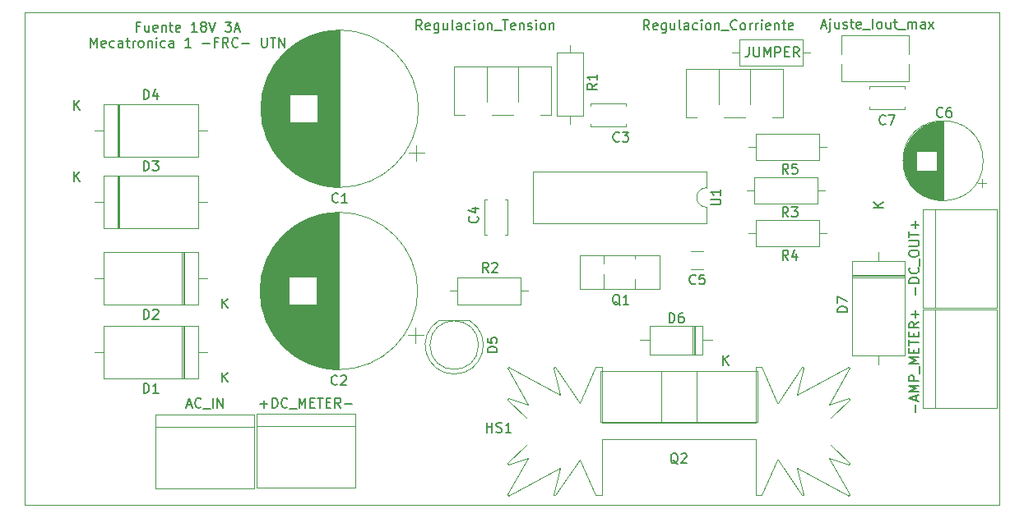
<source format=gto>
G04 #@! TF.GenerationSoftware,KiCad,Pcbnew,6.0.4-6f826c9f35~116~ubuntu20.04.1*
G04 #@! TF.CreationDate,2022-06-01T22:01:37-03:00*
G04 #@! TF.ProjectId,Kicad_Projects,4b696361-645f-4507-926f-6a656374732e,rev?*
G04 #@! TF.SameCoordinates,Original*
G04 #@! TF.FileFunction,Legend,Top*
G04 #@! TF.FilePolarity,Positive*
%FSLAX46Y46*%
G04 Gerber Fmt 4.6, Leading zero omitted, Abs format (unit mm)*
G04 Created by KiCad (PCBNEW 6.0.4-6f826c9f35~116~ubuntu20.04.1) date 2022-06-01 22:01:37*
%MOMM*%
%LPD*%
G01*
G04 APERTURE LIST*
G04 #@! TA.AperFunction,Profile*
%ADD10C,0.100000*%
G04 #@! TD*
%ADD11C,0.150000*%
%ADD12C,0.120000*%
%ADD13C,1.600000*%
%ADD14O,1.600000X1.600000*%
%ADD15C,2.340000*%
%ADD16R,1.800000X1.800000*%
%ADD17O,1.800000X1.800000*%
%ADD18R,2.400000X2.400000*%
%ADD19C,2.400000*%
%ADD20R,2.500000X4.500000*%
%ADD21O,2.500000X4.500000*%
%ADD22R,3.200000X3.200000*%
%ADD23O,3.200000X3.200000*%
%ADD24R,2.200000X2.200000*%
%ADD25O,2.200000X2.200000*%
%ADD26C,6.000000*%
%ADD27C,1.440000*%
%ADD28R,3.000000X3.000000*%
%ADD29C,3.000000*%
%ADD30R,1.600000X1.600000*%
%ADD31C,1.800000*%
G04 APERTURE END LIST*
D10*
X63500000Y-72390000D02*
X63500000Y-123190000D01*
X163830000Y-123190000D02*
X163830000Y-72390000D01*
X63500000Y-123190000D02*
X163830000Y-123190000D01*
X163830000Y-72390000D02*
X63500000Y-72390000D01*
D11*
X75312619Y-73834571D02*
X74979285Y-73834571D01*
X74979285Y-74358380D02*
X74979285Y-73358380D01*
X75455476Y-73358380D01*
X76265000Y-73691714D02*
X76265000Y-74358380D01*
X75836428Y-73691714D02*
X75836428Y-74215523D01*
X75884047Y-74310761D01*
X75979285Y-74358380D01*
X76122142Y-74358380D01*
X76217380Y-74310761D01*
X76265000Y-74263142D01*
X77122142Y-74310761D02*
X77026904Y-74358380D01*
X76836428Y-74358380D01*
X76741190Y-74310761D01*
X76693571Y-74215523D01*
X76693571Y-73834571D01*
X76741190Y-73739333D01*
X76836428Y-73691714D01*
X77026904Y-73691714D01*
X77122142Y-73739333D01*
X77169761Y-73834571D01*
X77169761Y-73929809D01*
X76693571Y-74025047D01*
X77598333Y-73691714D02*
X77598333Y-74358380D01*
X77598333Y-73786952D02*
X77645952Y-73739333D01*
X77741190Y-73691714D01*
X77884047Y-73691714D01*
X77979285Y-73739333D01*
X78026904Y-73834571D01*
X78026904Y-74358380D01*
X78360238Y-73691714D02*
X78741190Y-73691714D01*
X78503095Y-73358380D02*
X78503095Y-74215523D01*
X78550714Y-74310761D01*
X78645952Y-74358380D01*
X78741190Y-74358380D01*
X79455476Y-74310761D02*
X79360238Y-74358380D01*
X79169761Y-74358380D01*
X79074523Y-74310761D01*
X79026904Y-74215523D01*
X79026904Y-73834571D01*
X79074523Y-73739333D01*
X79169761Y-73691714D01*
X79360238Y-73691714D01*
X79455476Y-73739333D01*
X79503095Y-73834571D01*
X79503095Y-73929809D01*
X79026904Y-74025047D01*
X81217380Y-74358380D02*
X80645952Y-74358380D01*
X80931666Y-74358380D02*
X80931666Y-73358380D01*
X80836428Y-73501238D01*
X80741190Y-73596476D01*
X80645952Y-73644095D01*
X81788809Y-73786952D02*
X81693571Y-73739333D01*
X81645952Y-73691714D01*
X81598333Y-73596476D01*
X81598333Y-73548857D01*
X81645952Y-73453619D01*
X81693571Y-73406000D01*
X81788809Y-73358380D01*
X81979285Y-73358380D01*
X82074523Y-73406000D01*
X82122142Y-73453619D01*
X82169761Y-73548857D01*
X82169761Y-73596476D01*
X82122142Y-73691714D01*
X82074523Y-73739333D01*
X81979285Y-73786952D01*
X81788809Y-73786952D01*
X81693571Y-73834571D01*
X81645952Y-73882190D01*
X81598333Y-73977428D01*
X81598333Y-74167904D01*
X81645952Y-74263142D01*
X81693571Y-74310761D01*
X81788809Y-74358380D01*
X81979285Y-74358380D01*
X82074523Y-74310761D01*
X82122142Y-74263142D01*
X82169761Y-74167904D01*
X82169761Y-73977428D01*
X82122142Y-73882190D01*
X82074523Y-73834571D01*
X81979285Y-73786952D01*
X82455476Y-73358380D02*
X82788809Y-74358380D01*
X83122142Y-73358380D01*
X84122142Y-73358380D02*
X84741190Y-73358380D01*
X84407857Y-73739333D01*
X84550714Y-73739333D01*
X84645952Y-73786952D01*
X84693571Y-73834571D01*
X84741190Y-73929809D01*
X84741190Y-74167904D01*
X84693571Y-74263142D01*
X84645952Y-74310761D01*
X84550714Y-74358380D01*
X84265000Y-74358380D01*
X84169761Y-74310761D01*
X84122142Y-74263142D01*
X85122142Y-74072666D02*
X85598333Y-74072666D01*
X85026904Y-74358380D02*
X85360238Y-73358380D01*
X85693571Y-74358380D01*
X70288809Y-75968380D02*
X70288809Y-74968380D01*
X70622142Y-75682666D01*
X70955476Y-74968380D01*
X70955476Y-75968380D01*
X71812619Y-75920761D02*
X71717380Y-75968380D01*
X71526904Y-75968380D01*
X71431666Y-75920761D01*
X71384047Y-75825523D01*
X71384047Y-75444571D01*
X71431666Y-75349333D01*
X71526904Y-75301714D01*
X71717380Y-75301714D01*
X71812619Y-75349333D01*
X71860238Y-75444571D01*
X71860238Y-75539809D01*
X71384047Y-75635047D01*
X72717380Y-75920761D02*
X72622142Y-75968380D01*
X72431666Y-75968380D01*
X72336428Y-75920761D01*
X72288809Y-75873142D01*
X72241190Y-75777904D01*
X72241190Y-75492190D01*
X72288809Y-75396952D01*
X72336428Y-75349333D01*
X72431666Y-75301714D01*
X72622142Y-75301714D01*
X72717380Y-75349333D01*
X73574523Y-75968380D02*
X73574523Y-75444571D01*
X73526904Y-75349333D01*
X73431666Y-75301714D01*
X73241190Y-75301714D01*
X73145952Y-75349333D01*
X73574523Y-75920761D02*
X73479285Y-75968380D01*
X73241190Y-75968380D01*
X73145952Y-75920761D01*
X73098333Y-75825523D01*
X73098333Y-75730285D01*
X73145952Y-75635047D01*
X73241190Y-75587428D01*
X73479285Y-75587428D01*
X73574523Y-75539809D01*
X73907857Y-75301714D02*
X74288809Y-75301714D01*
X74050714Y-74968380D02*
X74050714Y-75825523D01*
X74098333Y-75920761D01*
X74193571Y-75968380D01*
X74288809Y-75968380D01*
X74622142Y-75968380D02*
X74622142Y-75301714D01*
X74622142Y-75492190D02*
X74669761Y-75396952D01*
X74717380Y-75349333D01*
X74812619Y-75301714D01*
X74907857Y-75301714D01*
X75384047Y-75968380D02*
X75288809Y-75920761D01*
X75241190Y-75873142D01*
X75193571Y-75777904D01*
X75193571Y-75492190D01*
X75241190Y-75396952D01*
X75288809Y-75349333D01*
X75384047Y-75301714D01*
X75526904Y-75301714D01*
X75622142Y-75349333D01*
X75669761Y-75396952D01*
X75717380Y-75492190D01*
X75717380Y-75777904D01*
X75669761Y-75873142D01*
X75622142Y-75920761D01*
X75526904Y-75968380D01*
X75384047Y-75968380D01*
X76145952Y-75301714D02*
X76145952Y-75968380D01*
X76145952Y-75396952D02*
X76193571Y-75349333D01*
X76288809Y-75301714D01*
X76431666Y-75301714D01*
X76526904Y-75349333D01*
X76574523Y-75444571D01*
X76574523Y-75968380D01*
X77050714Y-75968380D02*
X77050714Y-75301714D01*
X77050714Y-74968380D02*
X77003095Y-75016000D01*
X77050714Y-75063619D01*
X77098333Y-75016000D01*
X77050714Y-74968380D01*
X77050714Y-75063619D01*
X77955476Y-75920761D02*
X77860238Y-75968380D01*
X77669761Y-75968380D01*
X77574523Y-75920761D01*
X77526904Y-75873142D01*
X77479285Y-75777904D01*
X77479285Y-75492190D01*
X77526904Y-75396952D01*
X77574523Y-75349333D01*
X77669761Y-75301714D01*
X77860238Y-75301714D01*
X77955476Y-75349333D01*
X78812619Y-75968380D02*
X78812619Y-75444571D01*
X78765000Y-75349333D01*
X78669761Y-75301714D01*
X78479285Y-75301714D01*
X78384047Y-75349333D01*
X78812619Y-75920761D02*
X78717380Y-75968380D01*
X78479285Y-75968380D01*
X78384047Y-75920761D01*
X78336428Y-75825523D01*
X78336428Y-75730285D01*
X78384047Y-75635047D01*
X78479285Y-75587428D01*
X78717380Y-75587428D01*
X78812619Y-75539809D01*
X80574523Y-75968380D02*
X80003095Y-75968380D01*
X80288809Y-75968380D02*
X80288809Y-74968380D01*
X80193571Y-75111238D01*
X80098333Y-75206476D01*
X80003095Y-75254095D01*
X81765000Y-75587428D02*
X82526904Y-75587428D01*
X83336428Y-75444571D02*
X83003095Y-75444571D01*
X83003095Y-75968380D02*
X83003095Y-74968380D01*
X83479285Y-74968380D01*
X84431666Y-75968380D02*
X84098333Y-75492190D01*
X83860238Y-75968380D02*
X83860238Y-74968380D01*
X84241190Y-74968380D01*
X84336428Y-75016000D01*
X84384047Y-75063619D01*
X84431666Y-75158857D01*
X84431666Y-75301714D01*
X84384047Y-75396952D01*
X84336428Y-75444571D01*
X84241190Y-75492190D01*
X83860238Y-75492190D01*
X85431666Y-75873142D02*
X85384047Y-75920761D01*
X85241190Y-75968380D01*
X85145952Y-75968380D01*
X85003095Y-75920761D01*
X84907857Y-75825523D01*
X84860238Y-75730285D01*
X84812619Y-75539809D01*
X84812619Y-75396952D01*
X84860238Y-75206476D01*
X84907857Y-75111238D01*
X85003095Y-75016000D01*
X85145952Y-74968380D01*
X85241190Y-74968380D01*
X85384047Y-75016000D01*
X85431666Y-75063619D01*
X85860238Y-75587428D02*
X86622142Y-75587428D01*
X87860238Y-74968380D02*
X87860238Y-75777904D01*
X87907857Y-75873142D01*
X87955476Y-75920761D01*
X88050714Y-75968380D01*
X88241190Y-75968380D01*
X88336428Y-75920761D01*
X88384047Y-75873142D01*
X88431666Y-75777904D01*
X88431666Y-74968380D01*
X88765000Y-74968380D02*
X89336428Y-74968380D01*
X89050714Y-75968380D02*
X89050714Y-74968380D01*
X89669761Y-75968380D02*
X89669761Y-74968380D01*
X90241190Y-75968380D01*
X90241190Y-74968380D01*
X138058238Y-75941380D02*
X138058238Y-76655666D01*
X138010619Y-76798523D01*
X137915380Y-76893761D01*
X137772523Y-76941380D01*
X137677285Y-76941380D01*
X138534428Y-75941380D02*
X138534428Y-76750904D01*
X138582047Y-76846142D01*
X138629666Y-76893761D01*
X138724904Y-76941380D01*
X138915380Y-76941380D01*
X139010619Y-76893761D01*
X139058238Y-76846142D01*
X139105857Y-76750904D01*
X139105857Y-75941380D01*
X139582047Y-76941380D02*
X139582047Y-75941380D01*
X139915380Y-76655666D01*
X140248714Y-75941380D01*
X140248714Y-76941380D01*
X140724904Y-76941380D02*
X140724904Y-75941380D01*
X141105857Y-75941380D01*
X141201095Y-75989000D01*
X141248714Y-76036619D01*
X141296333Y-76131857D01*
X141296333Y-76274714D01*
X141248714Y-76369952D01*
X141201095Y-76417571D01*
X141105857Y-76465190D01*
X140724904Y-76465190D01*
X141724904Y-76417571D02*
X142058238Y-76417571D01*
X142201095Y-76941380D02*
X141724904Y-76941380D01*
X141724904Y-75941380D01*
X142201095Y-75941380D01*
X143201095Y-76941380D02*
X142867761Y-76465190D01*
X142629666Y-76941380D02*
X142629666Y-75941380D01*
X143010619Y-75941380D01*
X143105857Y-75989000D01*
X143153476Y-76036619D01*
X143201095Y-76131857D01*
X143201095Y-76274714D01*
X143153476Y-76369952D01*
X143105857Y-76417571D01*
X143010619Y-76465190D01*
X142629666Y-76465190D01*
X142074333Y-97896380D02*
X141741000Y-97420190D01*
X141502904Y-97896380D02*
X141502904Y-96896380D01*
X141883857Y-96896380D01*
X141979095Y-96944000D01*
X142026714Y-96991619D01*
X142074333Y-97086857D01*
X142074333Y-97229714D01*
X142026714Y-97324952D01*
X141979095Y-97372571D01*
X141883857Y-97420190D01*
X141502904Y-97420190D01*
X142931476Y-97229714D02*
X142931476Y-97896380D01*
X142693380Y-96848761D02*
X142455285Y-97563047D01*
X143074333Y-97563047D01*
X127779761Y-74147380D02*
X127446428Y-73671190D01*
X127208333Y-74147380D02*
X127208333Y-73147380D01*
X127589285Y-73147380D01*
X127684523Y-73195000D01*
X127732142Y-73242619D01*
X127779761Y-73337857D01*
X127779761Y-73480714D01*
X127732142Y-73575952D01*
X127684523Y-73623571D01*
X127589285Y-73671190D01*
X127208333Y-73671190D01*
X128589285Y-74099761D02*
X128494047Y-74147380D01*
X128303571Y-74147380D01*
X128208333Y-74099761D01*
X128160714Y-74004523D01*
X128160714Y-73623571D01*
X128208333Y-73528333D01*
X128303571Y-73480714D01*
X128494047Y-73480714D01*
X128589285Y-73528333D01*
X128636904Y-73623571D01*
X128636904Y-73718809D01*
X128160714Y-73814047D01*
X129494047Y-73480714D02*
X129494047Y-74290238D01*
X129446428Y-74385476D01*
X129398809Y-74433095D01*
X129303571Y-74480714D01*
X129160714Y-74480714D01*
X129065476Y-74433095D01*
X129494047Y-74099761D02*
X129398809Y-74147380D01*
X129208333Y-74147380D01*
X129113095Y-74099761D01*
X129065476Y-74052142D01*
X129017857Y-73956904D01*
X129017857Y-73671190D01*
X129065476Y-73575952D01*
X129113095Y-73528333D01*
X129208333Y-73480714D01*
X129398809Y-73480714D01*
X129494047Y-73528333D01*
X130398809Y-73480714D02*
X130398809Y-74147380D01*
X129970238Y-73480714D02*
X129970238Y-74004523D01*
X130017857Y-74099761D01*
X130113095Y-74147380D01*
X130255952Y-74147380D01*
X130351190Y-74099761D01*
X130398809Y-74052142D01*
X131017857Y-74147380D02*
X130922619Y-74099761D01*
X130875000Y-74004523D01*
X130875000Y-73147380D01*
X131827380Y-74147380D02*
X131827380Y-73623571D01*
X131779761Y-73528333D01*
X131684523Y-73480714D01*
X131494047Y-73480714D01*
X131398809Y-73528333D01*
X131827380Y-74099761D02*
X131732142Y-74147380D01*
X131494047Y-74147380D01*
X131398809Y-74099761D01*
X131351190Y-74004523D01*
X131351190Y-73909285D01*
X131398809Y-73814047D01*
X131494047Y-73766428D01*
X131732142Y-73766428D01*
X131827380Y-73718809D01*
X132732142Y-74099761D02*
X132636904Y-74147380D01*
X132446428Y-74147380D01*
X132351190Y-74099761D01*
X132303571Y-74052142D01*
X132255952Y-73956904D01*
X132255952Y-73671190D01*
X132303571Y-73575952D01*
X132351190Y-73528333D01*
X132446428Y-73480714D01*
X132636904Y-73480714D01*
X132732142Y-73528333D01*
X133160714Y-74147380D02*
X133160714Y-73480714D01*
X133160714Y-73147380D02*
X133113095Y-73195000D01*
X133160714Y-73242619D01*
X133208333Y-73195000D01*
X133160714Y-73147380D01*
X133160714Y-73242619D01*
X133779761Y-74147380D02*
X133684523Y-74099761D01*
X133636904Y-74052142D01*
X133589285Y-73956904D01*
X133589285Y-73671190D01*
X133636904Y-73575952D01*
X133684523Y-73528333D01*
X133779761Y-73480714D01*
X133922619Y-73480714D01*
X134017857Y-73528333D01*
X134065476Y-73575952D01*
X134113095Y-73671190D01*
X134113095Y-73956904D01*
X134065476Y-74052142D01*
X134017857Y-74099761D01*
X133922619Y-74147380D01*
X133779761Y-74147380D01*
X134541666Y-73480714D02*
X134541666Y-74147380D01*
X134541666Y-73575952D02*
X134589285Y-73528333D01*
X134684523Y-73480714D01*
X134827380Y-73480714D01*
X134922619Y-73528333D01*
X134970238Y-73623571D01*
X134970238Y-74147380D01*
X135208333Y-74242619D02*
X135970238Y-74242619D01*
X136779761Y-74052142D02*
X136732142Y-74099761D01*
X136589285Y-74147380D01*
X136494047Y-74147380D01*
X136351190Y-74099761D01*
X136255952Y-74004523D01*
X136208333Y-73909285D01*
X136160714Y-73718809D01*
X136160714Y-73575952D01*
X136208333Y-73385476D01*
X136255952Y-73290238D01*
X136351190Y-73195000D01*
X136494047Y-73147380D01*
X136589285Y-73147380D01*
X136732142Y-73195000D01*
X136779761Y-73242619D01*
X137351190Y-74147380D02*
X137255952Y-74099761D01*
X137208333Y-74052142D01*
X137160714Y-73956904D01*
X137160714Y-73671190D01*
X137208333Y-73575952D01*
X137255952Y-73528333D01*
X137351190Y-73480714D01*
X137494047Y-73480714D01*
X137589285Y-73528333D01*
X137636904Y-73575952D01*
X137684523Y-73671190D01*
X137684523Y-73956904D01*
X137636904Y-74052142D01*
X137589285Y-74099761D01*
X137494047Y-74147380D01*
X137351190Y-74147380D01*
X138113095Y-74147380D02*
X138113095Y-73480714D01*
X138113095Y-73671190D02*
X138160714Y-73575952D01*
X138208333Y-73528333D01*
X138303571Y-73480714D01*
X138398809Y-73480714D01*
X138732142Y-74147380D02*
X138732142Y-73480714D01*
X138732142Y-73671190D02*
X138779761Y-73575952D01*
X138827380Y-73528333D01*
X138922619Y-73480714D01*
X139017857Y-73480714D01*
X139351190Y-74147380D02*
X139351190Y-73480714D01*
X139351190Y-73147380D02*
X139303571Y-73195000D01*
X139351190Y-73242619D01*
X139398809Y-73195000D01*
X139351190Y-73147380D01*
X139351190Y-73242619D01*
X140208333Y-74099761D02*
X140113095Y-74147380D01*
X139922619Y-74147380D01*
X139827380Y-74099761D01*
X139779761Y-74004523D01*
X139779761Y-73623571D01*
X139827380Y-73528333D01*
X139922619Y-73480714D01*
X140113095Y-73480714D01*
X140208333Y-73528333D01*
X140255952Y-73623571D01*
X140255952Y-73718809D01*
X139779761Y-73814047D01*
X140684523Y-73480714D02*
X140684523Y-74147380D01*
X140684523Y-73575952D02*
X140732142Y-73528333D01*
X140827380Y-73480714D01*
X140970238Y-73480714D01*
X141065476Y-73528333D01*
X141113095Y-73623571D01*
X141113095Y-74147380D01*
X141446428Y-73480714D02*
X141827380Y-73480714D01*
X141589285Y-73147380D02*
X141589285Y-74004523D01*
X141636904Y-74099761D01*
X141732142Y-74147380D01*
X141827380Y-74147380D01*
X142541666Y-74099761D02*
X142446428Y-74147380D01*
X142255952Y-74147380D01*
X142160714Y-74099761D01*
X142113095Y-74004523D01*
X142113095Y-73623571D01*
X142160714Y-73528333D01*
X142255952Y-73480714D01*
X142446428Y-73480714D01*
X142541666Y-73528333D01*
X142589285Y-73623571D01*
X142589285Y-73718809D01*
X142113095Y-73814047D01*
X124746761Y-102563619D02*
X124651523Y-102516000D01*
X124556285Y-102420761D01*
X124413428Y-102277904D01*
X124318190Y-102230285D01*
X124222952Y-102230285D01*
X124270571Y-102468380D02*
X124175333Y-102420761D01*
X124080095Y-102325523D01*
X124032476Y-102135047D01*
X124032476Y-101801714D01*
X124080095Y-101611238D01*
X124175333Y-101516000D01*
X124270571Y-101468380D01*
X124461047Y-101468380D01*
X124556285Y-101516000D01*
X124651523Y-101611238D01*
X124699142Y-101801714D01*
X124699142Y-102135047D01*
X124651523Y-102325523D01*
X124556285Y-102420761D01*
X124461047Y-102468380D01*
X124270571Y-102468380D01*
X125651523Y-102468380D02*
X125080095Y-102468380D01*
X125365809Y-102468380D02*
X125365809Y-101468380D01*
X125270571Y-101611238D01*
X125175333Y-101706476D01*
X125080095Y-101754095D01*
X95651333Y-110699142D02*
X95603714Y-110746761D01*
X95460857Y-110794380D01*
X95365619Y-110794380D01*
X95222761Y-110746761D01*
X95127523Y-110651523D01*
X95079904Y-110556285D01*
X95032285Y-110365809D01*
X95032285Y-110222952D01*
X95079904Y-110032476D01*
X95127523Y-109937238D01*
X95222761Y-109842000D01*
X95365619Y-109794380D01*
X95460857Y-109794380D01*
X95603714Y-109842000D01*
X95651333Y-109889619D01*
X96032285Y-109889619D02*
X96079904Y-109842000D01*
X96175142Y-109794380D01*
X96413238Y-109794380D01*
X96508476Y-109842000D01*
X96556095Y-109889619D01*
X96603714Y-109984857D01*
X96603714Y-110080095D01*
X96556095Y-110222952D01*
X95984666Y-110794380D01*
X96603714Y-110794380D01*
X142074333Y-93451380D02*
X141741000Y-92975190D01*
X141502904Y-93451380D02*
X141502904Y-92451380D01*
X141883857Y-92451380D01*
X141979095Y-92499000D01*
X142026714Y-92546619D01*
X142074333Y-92641857D01*
X142074333Y-92784714D01*
X142026714Y-92879952D01*
X141979095Y-92927571D01*
X141883857Y-92975190D01*
X141502904Y-92975190D01*
X142407666Y-92451380D02*
X143026714Y-92451380D01*
X142693380Y-92832333D01*
X142836238Y-92832333D01*
X142931476Y-92879952D01*
X142979095Y-92927571D01*
X143026714Y-93022809D01*
X143026714Y-93260904D01*
X142979095Y-93356142D01*
X142931476Y-93403761D01*
X142836238Y-93451380D01*
X142550523Y-93451380D01*
X142455285Y-93403761D01*
X142407666Y-93356142D01*
X104372000Y-74147380D02*
X104038666Y-73671190D01*
X103800571Y-74147380D02*
X103800571Y-73147380D01*
X104181523Y-73147380D01*
X104276761Y-73195000D01*
X104324380Y-73242619D01*
X104372000Y-73337857D01*
X104372000Y-73480714D01*
X104324380Y-73575952D01*
X104276761Y-73623571D01*
X104181523Y-73671190D01*
X103800571Y-73671190D01*
X105181523Y-74099761D02*
X105086285Y-74147380D01*
X104895809Y-74147380D01*
X104800571Y-74099761D01*
X104752952Y-74004523D01*
X104752952Y-73623571D01*
X104800571Y-73528333D01*
X104895809Y-73480714D01*
X105086285Y-73480714D01*
X105181523Y-73528333D01*
X105229142Y-73623571D01*
X105229142Y-73718809D01*
X104752952Y-73814047D01*
X106086285Y-73480714D02*
X106086285Y-74290238D01*
X106038666Y-74385476D01*
X105991047Y-74433095D01*
X105895809Y-74480714D01*
X105752952Y-74480714D01*
X105657714Y-74433095D01*
X106086285Y-74099761D02*
X105991047Y-74147380D01*
X105800571Y-74147380D01*
X105705333Y-74099761D01*
X105657714Y-74052142D01*
X105610095Y-73956904D01*
X105610095Y-73671190D01*
X105657714Y-73575952D01*
X105705333Y-73528333D01*
X105800571Y-73480714D01*
X105991047Y-73480714D01*
X106086285Y-73528333D01*
X106991047Y-73480714D02*
X106991047Y-74147380D01*
X106562476Y-73480714D02*
X106562476Y-74004523D01*
X106610095Y-74099761D01*
X106705333Y-74147380D01*
X106848190Y-74147380D01*
X106943428Y-74099761D01*
X106991047Y-74052142D01*
X107610095Y-74147380D02*
X107514857Y-74099761D01*
X107467238Y-74004523D01*
X107467238Y-73147380D01*
X108419619Y-74147380D02*
X108419619Y-73623571D01*
X108372000Y-73528333D01*
X108276761Y-73480714D01*
X108086285Y-73480714D01*
X107991047Y-73528333D01*
X108419619Y-74099761D02*
X108324380Y-74147380D01*
X108086285Y-74147380D01*
X107991047Y-74099761D01*
X107943428Y-74004523D01*
X107943428Y-73909285D01*
X107991047Y-73814047D01*
X108086285Y-73766428D01*
X108324380Y-73766428D01*
X108419619Y-73718809D01*
X109324380Y-74099761D02*
X109229142Y-74147380D01*
X109038666Y-74147380D01*
X108943428Y-74099761D01*
X108895809Y-74052142D01*
X108848190Y-73956904D01*
X108848190Y-73671190D01*
X108895809Y-73575952D01*
X108943428Y-73528333D01*
X109038666Y-73480714D01*
X109229142Y-73480714D01*
X109324380Y-73528333D01*
X109752952Y-74147380D02*
X109752952Y-73480714D01*
X109752952Y-73147380D02*
X109705333Y-73195000D01*
X109752952Y-73242619D01*
X109800571Y-73195000D01*
X109752952Y-73147380D01*
X109752952Y-73242619D01*
X110372000Y-74147380D02*
X110276761Y-74099761D01*
X110229142Y-74052142D01*
X110181523Y-73956904D01*
X110181523Y-73671190D01*
X110229142Y-73575952D01*
X110276761Y-73528333D01*
X110372000Y-73480714D01*
X110514857Y-73480714D01*
X110610095Y-73528333D01*
X110657714Y-73575952D01*
X110705333Y-73671190D01*
X110705333Y-73956904D01*
X110657714Y-74052142D01*
X110610095Y-74099761D01*
X110514857Y-74147380D01*
X110372000Y-74147380D01*
X111133904Y-73480714D02*
X111133904Y-74147380D01*
X111133904Y-73575952D02*
X111181523Y-73528333D01*
X111276761Y-73480714D01*
X111419619Y-73480714D01*
X111514857Y-73528333D01*
X111562476Y-73623571D01*
X111562476Y-74147380D01*
X111800571Y-74242619D02*
X112562476Y-74242619D01*
X112657714Y-73147380D02*
X113229142Y-73147380D01*
X112943428Y-74147380D02*
X112943428Y-73147380D01*
X113943428Y-74099761D02*
X113848190Y-74147380D01*
X113657714Y-74147380D01*
X113562476Y-74099761D01*
X113514857Y-74004523D01*
X113514857Y-73623571D01*
X113562476Y-73528333D01*
X113657714Y-73480714D01*
X113848190Y-73480714D01*
X113943428Y-73528333D01*
X113991047Y-73623571D01*
X113991047Y-73718809D01*
X113514857Y-73814047D01*
X114419619Y-73480714D02*
X114419619Y-74147380D01*
X114419619Y-73575952D02*
X114467238Y-73528333D01*
X114562476Y-73480714D01*
X114705333Y-73480714D01*
X114800571Y-73528333D01*
X114848190Y-73623571D01*
X114848190Y-74147380D01*
X115276761Y-74099761D02*
X115372000Y-74147380D01*
X115562476Y-74147380D01*
X115657714Y-74099761D01*
X115705333Y-74004523D01*
X115705333Y-73956904D01*
X115657714Y-73861666D01*
X115562476Y-73814047D01*
X115419619Y-73814047D01*
X115324380Y-73766428D01*
X115276761Y-73671190D01*
X115276761Y-73623571D01*
X115324380Y-73528333D01*
X115419619Y-73480714D01*
X115562476Y-73480714D01*
X115657714Y-73528333D01*
X116133904Y-74147380D02*
X116133904Y-73480714D01*
X116133904Y-73147380D02*
X116086285Y-73195000D01*
X116133904Y-73242619D01*
X116181523Y-73195000D01*
X116133904Y-73147380D01*
X116133904Y-73242619D01*
X116752952Y-74147380D02*
X116657714Y-74099761D01*
X116610095Y-74052142D01*
X116562476Y-73956904D01*
X116562476Y-73671190D01*
X116610095Y-73575952D01*
X116657714Y-73528333D01*
X116752952Y-73480714D01*
X116895809Y-73480714D01*
X116991047Y-73528333D01*
X117038666Y-73575952D01*
X117086285Y-73671190D01*
X117086285Y-73956904D01*
X117038666Y-74052142D01*
X116991047Y-74099761D01*
X116895809Y-74147380D01*
X116752952Y-74147380D01*
X117514857Y-73480714D02*
X117514857Y-74147380D01*
X117514857Y-73575952D02*
X117562476Y-73528333D01*
X117657714Y-73480714D01*
X117800571Y-73480714D01*
X117895809Y-73528333D01*
X117943428Y-73623571D01*
X117943428Y-74147380D01*
X130714761Y-118946619D02*
X130619523Y-118899000D01*
X130524285Y-118803761D01*
X130381428Y-118660904D01*
X130286190Y-118613285D01*
X130190952Y-118613285D01*
X130238571Y-118851380D02*
X130143333Y-118803761D01*
X130048095Y-118708523D01*
X130000476Y-118518047D01*
X130000476Y-118184714D01*
X130048095Y-117994238D01*
X130143333Y-117899000D01*
X130238571Y-117851380D01*
X130429047Y-117851380D01*
X130524285Y-117899000D01*
X130619523Y-117994238D01*
X130667142Y-118184714D01*
X130667142Y-118518047D01*
X130619523Y-118708523D01*
X130524285Y-118803761D01*
X130429047Y-118851380D01*
X130238571Y-118851380D01*
X131048095Y-117946619D02*
X131095714Y-117899000D01*
X131190952Y-117851380D01*
X131429047Y-117851380D01*
X131524285Y-117899000D01*
X131571904Y-117946619D01*
X131619523Y-118041857D01*
X131619523Y-118137095D01*
X131571904Y-118279952D01*
X131000476Y-118851380D01*
X131619523Y-118851380D01*
X75715904Y-88680380D02*
X75715904Y-87680380D01*
X75954000Y-87680380D01*
X76096857Y-87728000D01*
X76192095Y-87823238D01*
X76239714Y-87918476D01*
X76287333Y-88108952D01*
X76287333Y-88251809D01*
X76239714Y-88442285D01*
X76192095Y-88537523D01*
X76096857Y-88632761D01*
X75954000Y-88680380D01*
X75715904Y-88680380D01*
X76620666Y-87680380D02*
X77239714Y-87680380D01*
X76906380Y-88061333D01*
X77049238Y-88061333D01*
X77144476Y-88108952D01*
X77192095Y-88156571D01*
X77239714Y-88251809D01*
X77239714Y-88489904D01*
X77192095Y-88585142D01*
X77144476Y-88632761D01*
X77049238Y-88680380D01*
X76763523Y-88680380D01*
X76668285Y-88632761D01*
X76620666Y-88585142D01*
X68572095Y-89800380D02*
X68572095Y-88800380D01*
X69143523Y-89800380D02*
X68714952Y-89228952D01*
X69143523Y-88800380D02*
X68572095Y-89371809D01*
X95735088Y-91903142D02*
X95687469Y-91950761D01*
X95544612Y-91998380D01*
X95449374Y-91998380D01*
X95306516Y-91950761D01*
X95211278Y-91855523D01*
X95163659Y-91760285D01*
X95116040Y-91569809D01*
X95116040Y-91426952D01*
X95163659Y-91236476D01*
X95211278Y-91141238D01*
X95306516Y-91046000D01*
X95449374Y-90998380D01*
X95544612Y-90998380D01*
X95687469Y-91046000D01*
X95735088Y-91093619D01*
X96687469Y-91998380D02*
X96116040Y-91998380D01*
X96401755Y-91998380D02*
X96401755Y-90998380D01*
X96306516Y-91141238D01*
X96211278Y-91236476D01*
X96116040Y-91284095D01*
X124675333Y-85609142D02*
X124627714Y-85656761D01*
X124484857Y-85704380D01*
X124389619Y-85704380D01*
X124246761Y-85656761D01*
X124151523Y-85561523D01*
X124103904Y-85466285D01*
X124056285Y-85275809D01*
X124056285Y-85132952D01*
X124103904Y-84942476D01*
X124151523Y-84847238D01*
X124246761Y-84752000D01*
X124389619Y-84704380D01*
X124484857Y-84704380D01*
X124627714Y-84752000D01*
X124675333Y-84799619D01*
X125008666Y-84704380D02*
X125627714Y-84704380D01*
X125294380Y-85085333D01*
X125437238Y-85085333D01*
X125532476Y-85132952D01*
X125580095Y-85180571D01*
X125627714Y-85275809D01*
X125627714Y-85513904D01*
X125580095Y-85609142D01*
X125532476Y-85656761D01*
X125437238Y-85704380D01*
X125151523Y-85704380D01*
X125056285Y-85656761D01*
X125008666Y-85609142D01*
X129817904Y-104373380D02*
X129817904Y-103373380D01*
X130056000Y-103373380D01*
X130198857Y-103421000D01*
X130294095Y-103516238D01*
X130341714Y-103611476D01*
X130389333Y-103801952D01*
X130389333Y-103944809D01*
X130341714Y-104135285D01*
X130294095Y-104230523D01*
X130198857Y-104325761D01*
X130056000Y-104373380D01*
X129817904Y-104373380D01*
X131246476Y-103373380D02*
X131056000Y-103373380D01*
X130960761Y-103421000D01*
X130913142Y-103468619D01*
X130817904Y-103611476D01*
X130770285Y-103801952D01*
X130770285Y-104182904D01*
X130817904Y-104278142D01*
X130865523Y-104325761D01*
X130960761Y-104373380D01*
X131151238Y-104373380D01*
X131246476Y-104325761D01*
X131294095Y-104278142D01*
X131341714Y-104182904D01*
X131341714Y-103944809D01*
X131294095Y-103849571D01*
X131246476Y-103801952D01*
X131151238Y-103754333D01*
X130960761Y-103754333D01*
X130865523Y-103801952D01*
X130817904Y-103849571D01*
X130770285Y-103944809D01*
X135374095Y-108724380D02*
X135374095Y-107724380D01*
X135945523Y-108724380D02*
X135516952Y-108152952D01*
X135945523Y-107724380D02*
X135374095Y-108295809D01*
X75715904Y-103994380D02*
X75715904Y-102994380D01*
X75954000Y-102994380D01*
X76096857Y-103042000D01*
X76192095Y-103137238D01*
X76239714Y-103232476D01*
X76287333Y-103422952D01*
X76287333Y-103565809D01*
X76239714Y-103756285D01*
X76192095Y-103851523D01*
X76096857Y-103946761D01*
X75954000Y-103994380D01*
X75715904Y-103994380D01*
X76668285Y-103089619D02*
X76715904Y-103042000D01*
X76811142Y-102994380D01*
X77049238Y-102994380D01*
X77144476Y-103042000D01*
X77192095Y-103089619D01*
X77239714Y-103184857D01*
X77239714Y-103280095D01*
X77192095Y-103422952D01*
X76620666Y-103994380D01*
X77239714Y-103994380D01*
X83812095Y-102874380D02*
X83812095Y-101874380D01*
X84383523Y-102874380D02*
X83954952Y-102302952D01*
X84383523Y-101874380D02*
X83812095Y-102445809D01*
X75715904Y-111614380D02*
X75715904Y-110614380D01*
X75954000Y-110614380D01*
X76096857Y-110662000D01*
X76192095Y-110757238D01*
X76239714Y-110852476D01*
X76287333Y-111042952D01*
X76287333Y-111185809D01*
X76239714Y-111376285D01*
X76192095Y-111471523D01*
X76096857Y-111566761D01*
X75954000Y-111614380D01*
X75715904Y-111614380D01*
X77239714Y-111614380D02*
X76668285Y-111614380D01*
X76954000Y-111614380D02*
X76954000Y-110614380D01*
X76858761Y-110757238D01*
X76763523Y-110852476D01*
X76668285Y-110900095D01*
X83812095Y-110494380D02*
X83812095Y-109494380D01*
X84383523Y-110494380D02*
X83954952Y-109922952D01*
X84383523Y-109494380D02*
X83812095Y-110065809D01*
X148154380Y-103262095D02*
X147154380Y-103262095D01*
X147154380Y-103024000D01*
X147202000Y-102881142D01*
X147297238Y-102785904D01*
X147392476Y-102738285D01*
X147582952Y-102690666D01*
X147725809Y-102690666D01*
X147916285Y-102738285D01*
X148011523Y-102785904D01*
X148106761Y-102881142D01*
X148154380Y-103024000D01*
X148154380Y-103262095D01*
X147154380Y-102357333D02*
X147154380Y-101690666D01*
X148154380Y-102119238D01*
X151837380Y-92498904D02*
X150837380Y-92498904D01*
X151837380Y-91927476D02*
X151265952Y-92356047D01*
X150837380Y-91927476D02*
X151408809Y-92498904D01*
X111030904Y-115676380D02*
X111030904Y-114676380D01*
X111030904Y-115152571D02*
X111602333Y-115152571D01*
X111602333Y-115676380D02*
X111602333Y-114676380D01*
X112030904Y-115628761D02*
X112173761Y-115676380D01*
X112411857Y-115676380D01*
X112507095Y-115628761D01*
X112554714Y-115581142D01*
X112602333Y-115485904D01*
X112602333Y-115390666D01*
X112554714Y-115295428D01*
X112507095Y-115247809D01*
X112411857Y-115200190D01*
X112221380Y-115152571D01*
X112126142Y-115104952D01*
X112078523Y-115057333D01*
X112030904Y-114962095D01*
X112030904Y-114866857D01*
X112078523Y-114771619D01*
X112126142Y-114724000D01*
X112221380Y-114676380D01*
X112459476Y-114676380D01*
X112602333Y-114724000D01*
X113554714Y-115676380D02*
X112983285Y-115676380D01*
X113269000Y-115676380D02*
X113269000Y-114676380D01*
X113173761Y-114819238D01*
X113078523Y-114914476D01*
X112983285Y-114962095D01*
X145496095Y-73734666D02*
X145972285Y-73734666D01*
X145400857Y-74020380D02*
X145734190Y-73020380D01*
X146067523Y-74020380D01*
X146400857Y-73353714D02*
X146400857Y-74210857D01*
X146353238Y-74306095D01*
X146258000Y-74353714D01*
X146210380Y-74353714D01*
X146400857Y-73020380D02*
X146353238Y-73068000D01*
X146400857Y-73115619D01*
X146448476Y-73068000D01*
X146400857Y-73020380D01*
X146400857Y-73115619D01*
X147305619Y-73353714D02*
X147305619Y-74020380D01*
X146877047Y-73353714D02*
X146877047Y-73877523D01*
X146924666Y-73972761D01*
X147019904Y-74020380D01*
X147162761Y-74020380D01*
X147258000Y-73972761D01*
X147305619Y-73925142D01*
X147734190Y-73972761D02*
X147829428Y-74020380D01*
X148019904Y-74020380D01*
X148115142Y-73972761D01*
X148162761Y-73877523D01*
X148162761Y-73829904D01*
X148115142Y-73734666D01*
X148019904Y-73687047D01*
X147877047Y-73687047D01*
X147781809Y-73639428D01*
X147734190Y-73544190D01*
X147734190Y-73496571D01*
X147781809Y-73401333D01*
X147877047Y-73353714D01*
X148019904Y-73353714D01*
X148115142Y-73401333D01*
X148448476Y-73353714D02*
X148829428Y-73353714D01*
X148591333Y-73020380D02*
X148591333Y-73877523D01*
X148638952Y-73972761D01*
X148734190Y-74020380D01*
X148829428Y-74020380D01*
X149543714Y-73972761D02*
X149448476Y-74020380D01*
X149258000Y-74020380D01*
X149162761Y-73972761D01*
X149115142Y-73877523D01*
X149115142Y-73496571D01*
X149162761Y-73401333D01*
X149258000Y-73353714D01*
X149448476Y-73353714D01*
X149543714Y-73401333D01*
X149591333Y-73496571D01*
X149591333Y-73591809D01*
X149115142Y-73687047D01*
X149781809Y-74115619D02*
X150543714Y-74115619D01*
X150781809Y-74020380D02*
X150781809Y-73020380D01*
X151400857Y-74020380D02*
X151305619Y-73972761D01*
X151258000Y-73925142D01*
X151210380Y-73829904D01*
X151210380Y-73544190D01*
X151258000Y-73448952D01*
X151305619Y-73401333D01*
X151400857Y-73353714D01*
X151543714Y-73353714D01*
X151638952Y-73401333D01*
X151686571Y-73448952D01*
X151734190Y-73544190D01*
X151734190Y-73829904D01*
X151686571Y-73925142D01*
X151638952Y-73972761D01*
X151543714Y-74020380D01*
X151400857Y-74020380D01*
X152591333Y-73353714D02*
X152591333Y-74020380D01*
X152162761Y-73353714D02*
X152162761Y-73877523D01*
X152210380Y-73972761D01*
X152305619Y-74020380D01*
X152448476Y-74020380D01*
X152543714Y-73972761D01*
X152591333Y-73925142D01*
X152924666Y-73353714D02*
X153305619Y-73353714D01*
X153067523Y-73020380D02*
X153067523Y-73877523D01*
X153115142Y-73972761D01*
X153210380Y-74020380D01*
X153305619Y-74020380D01*
X153400857Y-74115619D02*
X154162761Y-74115619D01*
X154400857Y-74020380D02*
X154400857Y-73353714D01*
X154400857Y-73448952D02*
X154448476Y-73401333D01*
X154543714Y-73353714D01*
X154686571Y-73353714D01*
X154781809Y-73401333D01*
X154829428Y-73496571D01*
X154829428Y-74020380D01*
X154829428Y-73496571D02*
X154877047Y-73401333D01*
X154972285Y-73353714D01*
X155115142Y-73353714D01*
X155210380Y-73401333D01*
X155258000Y-73496571D01*
X155258000Y-74020380D01*
X156162761Y-74020380D02*
X156162761Y-73496571D01*
X156115142Y-73401333D01*
X156019904Y-73353714D01*
X155829428Y-73353714D01*
X155734190Y-73401333D01*
X156162761Y-73972761D02*
X156067523Y-74020380D01*
X155829428Y-74020380D01*
X155734190Y-73972761D01*
X155686571Y-73877523D01*
X155686571Y-73782285D01*
X155734190Y-73687047D01*
X155829428Y-73639428D01*
X156067523Y-73639428D01*
X156162761Y-73591809D01*
X156543714Y-74020380D02*
X157067523Y-73353714D01*
X156543714Y-73353714D02*
X157067523Y-74020380D01*
X80162047Y-112850666D02*
X80638238Y-112850666D01*
X80066809Y-113136380D02*
X80400142Y-112136380D01*
X80733476Y-113136380D01*
X81638238Y-113041142D02*
X81590619Y-113088761D01*
X81447761Y-113136380D01*
X81352523Y-113136380D01*
X81209666Y-113088761D01*
X81114428Y-112993523D01*
X81066809Y-112898285D01*
X81019190Y-112707809D01*
X81019190Y-112564952D01*
X81066809Y-112374476D01*
X81114428Y-112279238D01*
X81209666Y-112184000D01*
X81352523Y-112136380D01*
X81447761Y-112136380D01*
X81590619Y-112184000D01*
X81638238Y-112231619D01*
X81828714Y-113231619D02*
X82590619Y-113231619D01*
X82828714Y-113136380D02*
X82828714Y-112136380D01*
X83304904Y-113136380D02*
X83304904Y-112136380D01*
X83876333Y-113136380D01*
X83876333Y-112136380D01*
X152087333Y-83845142D02*
X152039714Y-83892761D01*
X151896857Y-83940380D01*
X151801619Y-83940380D01*
X151658761Y-83892761D01*
X151563523Y-83797523D01*
X151515904Y-83702285D01*
X151468285Y-83511809D01*
X151468285Y-83368952D01*
X151515904Y-83178476D01*
X151563523Y-83083238D01*
X151658761Y-82988000D01*
X151801619Y-82940380D01*
X151896857Y-82940380D01*
X152039714Y-82988000D01*
X152087333Y-83035619D01*
X152420666Y-82940380D02*
X153087333Y-82940380D01*
X152658761Y-83940380D01*
X134121380Y-92211904D02*
X134930904Y-92211904D01*
X135026142Y-92164285D01*
X135073761Y-92116666D01*
X135121380Y-92021428D01*
X135121380Y-91830952D01*
X135073761Y-91735714D01*
X135026142Y-91688095D01*
X134930904Y-91640476D01*
X134121380Y-91640476D01*
X135121380Y-90640476D02*
X135121380Y-91211904D01*
X135121380Y-90926190D02*
X134121380Y-90926190D01*
X134264238Y-91021428D01*
X134359476Y-91116666D01*
X134407095Y-91211904D01*
X142074333Y-89006380D02*
X141741000Y-88530190D01*
X141502904Y-89006380D02*
X141502904Y-88006380D01*
X141883857Y-88006380D01*
X141979095Y-88054000D01*
X142026714Y-88101619D01*
X142074333Y-88196857D01*
X142074333Y-88339714D01*
X142026714Y-88434952D01*
X141979095Y-88482571D01*
X141883857Y-88530190D01*
X141502904Y-88530190D01*
X142979095Y-88006380D02*
X142502904Y-88006380D01*
X142455285Y-88482571D01*
X142502904Y-88434952D01*
X142598142Y-88387333D01*
X142836238Y-88387333D01*
X142931476Y-88434952D01*
X142979095Y-88482571D01*
X143026714Y-88577809D01*
X143026714Y-88815904D01*
X142979095Y-88911142D01*
X142931476Y-88958761D01*
X142836238Y-89006380D01*
X142598142Y-89006380D01*
X142502904Y-88958761D01*
X142455285Y-88911142D01*
X112108380Y-107418095D02*
X111108380Y-107418095D01*
X111108380Y-107180000D01*
X111156000Y-107037142D01*
X111251238Y-106941904D01*
X111346476Y-106894285D01*
X111536952Y-106846666D01*
X111679809Y-106846666D01*
X111870285Y-106894285D01*
X111965523Y-106941904D01*
X112060761Y-107037142D01*
X112108380Y-107180000D01*
X112108380Y-107418095D01*
X111108380Y-105941904D02*
X111108380Y-106418095D01*
X111584571Y-106465714D01*
X111536952Y-106418095D01*
X111489333Y-106322857D01*
X111489333Y-106084761D01*
X111536952Y-105989523D01*
X111584571Y-105941904D01*
X111679809Y-105894285D01*
X111917904Y-105894285D01*
X112013142Y-105941904D01*
X112060761Y-105989523D01*
X112108380Y-106084761D01*
X112108380Y-106322857D01*
X112060761Y-106418095D01*
X112013142Y-106465714D01*
X157950984Y-83069142D02*
X157903365Y-83116761D01*
X157760508Y-83164380D01*
X157665270Y-83164380D01*
X157522412Y-83116761D01*
X157427174Y-83021523D01*
X157379555Y-82926285D01*
X157331936Y-82735809D01*
X157331936Y-82592952D01*
X157379555Y-82402476D01*
X157427174Y-82307238D01*
X157522412Y-82212000D01*
X157665270Y-82164380D01*
X157760508Y-82164380D01*
X157903365Y-82212000D01*
X157950984Y-82259619D01*
X158808127Y-82164380D02*
X158617651Y-82164380D01*
X158522412Y-82212000D01*
X158474793Y-82259619D01*
X158379555Y-82402476D01*
X158331936Y-82592952D01*
X158331936Y-82973904D01*
X158379555Y-83069142D01*
X158427174Y-83116761D01*
X158522412Y-83164380D01*
X158712889Y-83164380D01*
X158808127Y-83116761D01*
X158855746Y-83069142D01*
X158903365Y-82973904D01*
X158903365Y-82735809D01*
X158855746Y-82640571D01*
X158808127Y-82592952D01*
X158712889Y-82545333D01*
X158522412Y-82545333D01*
X158427174Y-82592952D01*
X158379555Y-82640571D01*
X158331936Y-82735809D01*
X75715904Y-81314380D02*
X75715904Y-80314380D01*
X75954000Y-80314380D01*
X76096857Y-80362000D01*
X76192095Y-80457238D01*
X76239714Y-80552476D01*
X76287333Y-80742952D01*
X76287333Y-80885809D01*
X76239714Y-81076285D01*
X76192095Y-81171523D01*
X76096857Y-81266761D01*
X75954000Y-81314380D01*
X75715904Y-81314380D01*
X77144476Y-80647714D02*
X77144476Y-81314380D01*
X76906380Y-80266761D02*
X76668285Y-80981047D01*
X77287333Y-80981047D01*
X68572095Y-82434380D02*
X68572095Y-81434380D01*
X69143523Y-82434380D02*
X68714952Y-81862952D01*
X69143523Y-81434380D02*
X68572095Y-82005809D01*
X155139428Y-101507523D02*
X155139428Y-100745619D01*
X155520380Y-100269428D02*
X154520380Y-100269428D01*
X154520380Y-100031333D01*
X154568000Y-99888476D01*
X154663238Y-99793238D01*
X154758476Y-99745619D01*
X154948952Y-99698000D01*
X155091809Y-99698000D01*
X155282285Y-99745619D01*
X155377523Y-99793238D01*
X155472761Y-99888476D01*
X155520380Y-100031333D01*
X155520380Y-100269428D01*
X155425142Y-98698000D02*
X155472761Y-98745619D01*
X155520380Y-98888476D01*
X155520380Y-98983714D01*
X155472761Y-99126571D01*
X155377523Y-99221809D01*
X155282285Y-99269428D01*
X155091809Y-99317047D01*
X154948952Y-99317047D01*
X154758476Y-99269428D01*
X154663238Y-99221809D01*
X154568000Y-99126571D01*
X154520380Y-98983714D01*
X154520380Y-98888476D01*
X154568000Y-98745619D01*
X154615619Y-98698000D01*
X155615619Y-98507523D02*
X155615619Y-97745619D01*
X154520380Y-97317047D02*
X154520380Y-97126571D01*
X154568000Y-97031333D01*
X154663238Y-96936095D01*
X154853714Y-96888476D01*
X155187047Y-96888476D01*
X155377523Y-96936095D01*
X155472761Y-97031333D01*
X155520380Y-97126571D01*
X155520380Y-97317047D01*
X155472761Y-97412285D01*
X155377523Y-97507523D01*
X155187047Y-97555142D01*
X154853714Y-97555142D01*
X154663238Y-97507523D01*
X154568000Y-97412285D01*
X154520380Y-97317047D01*
X154520380Y-96459904D02*
X155329904Y-96459904D01*
X155425142Y-96412285D01*
X155472761Y-96364666D01*
X155520380Y-96269428D01*
X155520380Y-96078952D01*
X155472761Y-95983714D01*
X155425142Y-95936095D01*
X155329904Y-95888476D01*
X154520380Y-95888476D01*
X154520380Y-95555142D02*
X154520380Y-94983714D01*
X155520380Y-95269428D02*
X154520380Y-95269428D01*
X155139428Y-94650380D02*
X155139428Y-93888476D01*
X155520380Y-94269428D02*
X154758476Y-94269428D01*
X155139428Y-113604095D02*
X155139428Y-112842190D01*
X155234666Y-112413619D02*
X155234666Y-111937428D01*
X155520380Y-112508857D02*
X154520380Y-112175523D01*
X155520380Y-111842190D01*
X155520380Y-111508857D02*
X154520380Y-111508857D01*
X155234666Y-111175523D01*
X154520380Y-110842190D01*
X155520380Y-110842190D01*
X155520380Y-110366000D02*
X154520380Y-110366000D01*
X154520380Y-109985047D01*
X154568000Y-109889809D01*
X154615619Y-109842190D01*
X154710857Y-109794571D01*
X154853714Y-109794571D01*
X154948952Y-109842190D01*
X154996571Y-109889809D01*
X155044190Y-109985047D01*
X155044190Y-110366000D01*
X155615619Y-109604095D02*
X155615619Y-108842190D01*
X155520380Y-108604095D02*
X154520380Y-108604095D01*
X155234666Y-108270761D01*
X154520380Y-107937428D01*
X155520380Y-107937428D01*
X154996571Y-107461238D02*
X154996571Y-107127904D01*
X155520380Y-106985047D02*
X155520380Y-107461238D01*
X154520380Y-107461238D01*
X154520380Y-106985047D01*
X154520380Y-106699333D02*
X154520380Y-106127904D01*
X155520380Y-106413619D02*
X154520380Y-106413619D01*
X154996571Y-105794571D02*
X154996571Y-105461238D01*
X155520380Y-105318380D02*
X155520380Y-105794571D01*
X154520380Y-105794571D01*
X154520380Y-105318380D01*
X155520380Y-104318380D02*
X155044190Y-104651714D01*
X155520380Y-104889809D02*
X154520380Y-104889809D01*
X154520380Y-104508857D01*
X154568000Y-104413619D01*
X154615619Y-104366000D01*
X154710857Y-104318380D01*
X154853714Y-104318380D01*
X154948952Y-104366000D01*
X154996571Y-104413619D01*
X155044190Y-104508857D01*
X155044190Y-104889809D01*
X155139428Y-103889809D02*
X155139428Y-103127904D01*
X155520380Y-103508857D02*
X154758476Y-103508857D01*
X132548333Y-100324142D02*
X132500714Y-100371761D01*
X132357857Y-100419380D01*
X132262619Y-100419380D01*
X132119761Y-100371761D01*
X132024523Y-100276523D01*
X131976904Y-100181285D01*
X131929285Y-99990809D01*
X131929285Y-99847952D01*
X131976904Y-99657476D01*
X132024523Y-99562238D01*
X132119761Y-99467000D01*
X132262619Y-99419380D01*
X132357857Y-99419380D01*
X132500714Y-99467000D01*
X132548333Y-99514619D01*
X133453095Y-99419380D02*
X132976904Y-99419380D01*
X132929285Y-99895571D01*
X132976904Y-99847952D01*
X133072142Y-99800333D01*
X133310238Y-99800333D01*
X133405476Y-99847952D01*
X133453095Y-99895571D01*
X133500714Y-99990809D01*
X133500714Y-100228904D01*
X133453095Y-100324142D01*
X133405476Y-100371761D01*
X133310238Y-100419380D01*
X133072142Y-100419380D01*
X132976904Y-100371761D01*
X132929285Y-100324142D01*
X122373380Y-79703666D02*
X121897190Y-80037000D01*
X122373380Y-80275095D02*
X121373380Y-80275095D01*
X121373380Y-79894142D01*
X121421000Y-79798904D01*
X121468619Y-79751285D01*
X121563857Y-79703666D01*
X121706714Y-79703666D01*
X121801952Y-79751285D01*
X121849571Y-79798904D01*
X121897190Y-79894142D01*
X121897190Y-80275095D01*
X122373380Y-78751285D02*
X122373380Y-79322714D01*
X122373380Y-79037000D02*
X121373380Y-79037000D01*
X121516238Y-79132238D01*
X121611476Y-79227476D01*
X121659095Y-79322714D01*
X111213333Y-99166380D02*
X110880000Y-98690190D01*
X110641904Y-99166380D02*
X110641904Y-98166380D01*
X111022857Y-98166380D01*
X111118095Y-98214000D01*
X111165714Y-98261619D01*
X111213333Y-98356857D01*
X111213333Y-98499714D01*
X111165714Y-98594952D01*
X111118095Y-98642571D01*
X111022857Y-98690190D01*
X110641904Y-98690190D01*
X111594285Y-98261619D02*
X111641904Y-98214000D01*
X111737142Y-98166380D01*
X111975238Y-98166380D01*
X112070476Y-98214000D01*
X112118095Y-98261619D01*
X112165714Y-98356857D01*
X112165714Y-98452095D01*
X112118095Y-98594952D01*
X111546666Y-99166380D01*
X112165714Y-99166380D01*
X110086142Y-93419666D02*
X110133761Y-93467285D01*
X110181380Y-93610142D01*
X110181380Y-93705380D01*
X110133761Y-93848238D01*
X110038523Y-93943476D01*
X109943285Y-93991095D01*
X109752809Y-94038714D01*
X109609952Y-94038714D01*
X109419476Y-93991095D01*
X109324238Y-93943476D01*
X109229000Y-93848238D01*
X109181380Y-93705380D01*
X109181380Y-93610142D01*
X109229000Y-93467285D01*
X109276619Y-93419666D01*
X109514714Y-92562523D02*
X110181380Y-92562523D01*
X109133761Y-92800619D02*
X109848047Y-93038714D01*
X109848047Y-92419666D01*
X87718904Y-112755428D02*
X88480809Y-112755428D01*
X88099857Y-113136380D02*
X88099857Y-112374476D01*
X88957000Y-113136380D02*
X88957000Y-112136380D01*
X89195095Y-112136380D01*
X89337952Y-112184000D01*
X89433190Y-112279238D01*
X89480809Y-112374476D01*
X89528428Y-112564952D01*
X89528428Y-112707809D01*
X89480809Y-112898285D01*
X89433190Y-112993523D01*
X89337952Y-113088761D01*
X89195095Y-113136380D01*
X88957000Y-113136380D01*
X90528428Y-113041142D02*
X90480809Y-113088761D01*
X90337952Y-113136380D01*
X90242714Y-113136380D01*
X90099857Y-113088761D01*
X90004619Y-112993523D01*
X89957000Y-112898285D01*
X89909380Y-112707809D01*
X89909380Y-112564952D01*
X89957000Y-112374476D01*
X90004619Y-112279238D01*
X90099857Y-112184000D01*
X90242714Y-112136380D01*
X90337952Y-112136380D01*
X90480809Y-112184000D01*
X90528428Y-112231619D01*
X90718904Y-113231619D02*
X91480809Y-113231619D01*
X91718904Y-113136380D02*
X91718904Y-112136380D01*
X92052238Y-112850666D01*
X92385571Y-112136380D01*
X92385571Y-113136380D01*
X92861761Y-112612571D02*
X93195095Y-112612571D01*
X93337952Y-113136380D02*
X92861761Y-113136380D01*
X92861761Y-112136380D01*
X93337952Y-112136380D01*
X93623666Y-112136380D02*
X94195095Y-112136380D01*
X93909380Y-113136380D02*
X93909380Y-112136380D01*
X94528428Y-112612571D02*
X94861761Y-112612571D01*
X95004619Y-113136380D02*
X94528428Y-113136380D01*
X94528428Y-112136380D01*
X95004619Y-112136380D01*
X96004619Y-113136380D02*
X95671285Y-112660190D01*
X95433190Y-113136380D02*
X95433190Y-112136380D01*
X95814142Y-112136380D01*
X95909380Y-112184000D01*
X95957000Y-112231619D01*
X96004619Y-112326857D01*
X96004619Y-112469714D01*
X95957000Y-112564952D01*
X95909380Y-112612571D01*
X95814142Y-112660190D01*
X95433190Y-112660190D01*
X96433190Y-112755428D02*
X97195095Y-112755428D01*
D12*
X136296000Y-76489000D02*
X137066000Y-76489000D01*
X144376000Y-76489000D02*
X143606000Y-76489000D01*
X143606000Y-77859000D02*
X143606000Y-75119000D01*
X137066000Y-75119000D02*
X137066000Y-77859000D01*
X143606000Y-75119000D02*
X137066000Y-75119000D01*
X137066000Y-77859000D02*
X143606000Y-77859000D01*
X138717000Y-96528000D02*
X145257000Y-96528000D01*
X146027000Y-95158000D02*
X145257000Y-95158000D01*
X145257000Y-93788000D02*
X138717000Y-93788000D01*
X145257000Y-96528000D02*
X145257000Y-93788000D01*
X137947000Y-95158000D02*
X138717000Y-95158000D01*
X138717000Y-93788000D02*
X138717000Y-96528000D01*
X135477000Y-83236000D02*
X137626000Y-83236000D01*
X134931000Y-81878000D02*
X134931000Y-78195000D01*
X140476000Y-83236000D02*
X141571000Y-83236000D01*
X135477000Y-83236000D02*
X137626000Y-83236000D01*
X131530000Y-83236000D02*
X131530000Y-78195000D01*
X131530000Y-78195000D02*
X141571000Y-78195000D01*
X131530000Y-83236000D02*
X132625000Y-83236000D01*
X134931000Y-78195000D02*
X138171000Y-78195000D01*
X138171000Y-81878000D02*
X138171000Y-78195000D01*
X141571000Y-83236000D02*
X141571000Y-78195000D01*
X126314000Y-97762000D02*
X126314000Y-97442000D01*
X128834000Y-100932000D02*
X128834000Y-97442000D01*
X120594000Y-100932000D02*
X120594000Y-97442000D01*
X128834000Y-100932000D02*
X120594000Y-100932000D01*
X128834000Y-97442000D02*
X120594000Y-97442000D01*
X123113000Y-100932000D02*
X123113000Y-99352000D01*
X126314000Y-100932000D02*
X126314000Y-99862000D01*
X123113000Y-98272000D02*
X123113000Y-97442000D01*
X92177000Y-99652000D02*
X92177000Y-93873000D01*
X90737000Y-99652000D02*
X90737000Y-94797000D01*
X95658000Y-109171000D02*
X95658000Y-93013000D01*
X89537000Y-106200000D02*
X89537000Y-95984000D01*
X93937000Y-108952000D02*
X93937000Y-93232000D01*
X94057000Y-108979000D02*
X94057000Y-93205000D01*
X93217000Y-99652000D02*
X93217000Y-93439000D01*
X92297000Y-108370000D02*
X92297000Y-102532000D01*
X90177000Y-106894000D02*
X90177000Y-95290000D01*
X91457000Y-107903000D02*
X91457000Y-102532000D01*
X91977000Y-108207000D02*
X91977000Y-102532000D01*
X95538000Y-109168000D02*
X95538000Y-93016000D01*
X90617000Y-107289000D02*
X90617000Y-94895000D01*
X92817000Y-108598000D02*
X92817000Y-102532000D01*
X91737000Y-99652000D02*
X91737000Y-94111000D01*
X90777000Y-99652000D02*
X90777000Y-94765000D01*
X93057000Y-108689000D02*
X93057000Y-102532000D01*
X92137000Y-108291000D02*
X92137000Y-102532000D01*
X94457000Y-109058000D02*
X94457000Y-93126000D01*
X93617000Y-108869000D02*
X93617000Y-93315000D01*
X95057000Y-109137000D02*
X95057000Y-93047000D01*
X89137000Y-105669000D02*
X89137000Y-96515000D01*
X89177000Y-105726000D02*
X89177000Y-96458000D01*
X92297000Y-99652000D02*
X92297000Y-93814000D01*
X92377000Y-99652000D02*
X92377000Y-93776000D01*
X93137000Y-99652000D02*
X93137000Y-93467000D01*
X94777000Y-109106000D02*
X94777000Y-93078000D01*
X90057000Y-106776000D02*
X90057000Y-95408000D01*
X92057000Y-108249000D02*
X92057000Y-102532000D01*
X93457000Y-99652000D02*
X93457000Y-93362000D01*
X91137000Y-99652000D02*
X91137000Y-94496000D01*
X93377000Y-99652000D02*
X93377000Y-93387000D01*
X94857000Y-109116000D02*
X94857000Y-93068000D01*
X89017000Y-105490000D02*
X89017000Y-96694000D01*
X89617000Y-106296000D02*
X89617000Y-95888000D01*
X90897000Y-107512000D02*
X90897000Y-102532000D01*
X93217000Y-108745000D02*
X93217000Y-102532000D01*
X89377000Y-105998000D02*
X89377000Y-96186000D01*
X90257000Y-106970000D02*
X90257000Y-95214000D01*
X94697000Y-109095000D02*
X94697000Y-93089000D01*
X93697000Y-108891000D02*
X93697000Y-93293000D01*
X94977000Y-109129000D02*
X94977000Y-93055000D01*
X93017000Y-99652000D02*
X93017000Y-93510000D01*
X89897000Y-106610000D02*
X89897000Y-95574000D01*
X89457000Y-106101000D02*
X89457000Y-96083000D01*
X91737000Y-108073000D02*
X91737000Y-102532000D01*
X90737000Y-107387000D02*
X90737000Y-102532000D01*
X94497000Y-109064000D02*
X94497000Y-93120000D01*
X90977000Y-99652000D02*
X90977000Y-94612000D01*
X92577000Y-99652000D02*
X92577000Y-93686000D01*
X91257000Y-99652000D02*
X91257000Y-94413000D01*
X92617000Y-108515000D02*
X92617000Y-102532000D01*
X104507491Y-105647000D02*
X102907491Y-105647000D01*
X92697000Y-99652000D02*
X92697000Y-93635000D01*
X93417000Y-108810000D02*
X93417000Y-102532000D01*
X93097000Y-108703000D02*
X93097000Y-102532000D01*
X95498000Y-109166000D02*
X95498000Y-93018000D01*
X95017000Y-109133000D02*
X95017000Y-93051000D01*
X93257000Y-99652000D02*
X93257000Y-93426000D01*
X91177000Y-107716000D02*
X91177000Y-102532000D01*
X93497000Y-99652000D02*
X93497000Y-93350000D01*
X90977000Y-107572000D02*
X90977000Y-102532000D01*
X90537000Y-107221000D02*
X90537000Y-94963000D01*
X91697000Y-99652000D02*
X91697000Y-94134000D01*
X91177000Y-99652000D02*
X91177000Y-94468000D01*
X89937000Y-106652000D02*
X89937000Y-95532000D01*
X88897000Y-105301000D02*
X88897000Y-96883000D01*
X93657000Y-108880000D02*
X93657000Y-93304000D01*
X88057000Y-103443000D02*
X88057000Y-98741000D01*
X90417000Y-107117000D02*
X90417000Y-95067000D01*
X93857000Y-108932000D02*
X93857000Y-93252000D01*
X93177000Y-108731000D02*
X93177000Y-102532000D01*
X89817000Y-106524000D02*
X89817000Y-95660000D01*
X94657000Y-109089000D02*
X94657000Y-93095000D01*
X91297000Y-99652000D02*
X91297000Y-94386000D01*
X88017000Y-103310000D02*
X88017000Y-98874000D01*
X87897000Y-102844000D02*
X87897000Y-99340000D01*
X95418000Y-109163000D02*
X95418000Y-93021000D01*
X90137000Y-106855000D02*
X90137000Y-95329000D01*
X91457000Y-99652000D02*
X91457000Y-94281000D01*
X89857000Y-106567000D02*
X89857000Y-95617000D01*
X87817000Y-102443000D02*
X87817000Y-99741000D01*
X88417000Y-104395000D02*
X88417000Y-97789000D01*
X88097000Y-103570000D02*
X88097000Y-98614000D01*
X91377000Y-99652000D02*
X91377000Y-94333000D01*
X93337000Y-99652000D02*
X93337000Y-93399000D01*
X95458000Y-109165000D02*
X95458000Y-93019000D01*
X88297000Y-104116000D02*
X88297000Y-98068000D01*
X92977000Y-99652000D02*
X92977000Y-93524000D01*
X90377000Y-107081000D02*
X90377000Y-95103000D01*
X93097000Y-99652000D02*
X93097000Y-93481000D01*
X91897000Y-99652000D02*
X91897000Y-94020000D01*
X94937000Y-109125000D02*
X94937000Y-93059000D01*
X93297000Y-108772000D02*
X93297000Y-102532000D01*
X91777000Y-99652000D02*
X91777000Y-94088000D01*
X92537000Y-99652000D02*
X92537000Y-93703000D01*
X91697000Y-108050000D02*
X91697000Y-102532000D01*
X92377000Y-108408000D02*
X92377000Y-102532000D01*
X87857000Y-102656000D02*
X87857000Y-99528000D01*
X91937000Y-108186000D02*
X91937000Y-102532000D01*
X95138000Y-109144000D02*
X95138000Y-93040000D01*
X89097000Y-105611000D02*
X89097000Y-96573000D01*
X94737000Y-109100000D02*
X94737000Y-93084000D01*
X92897000Y-99652000D02*
X92897000Y-93555000D01*
X92017000Y-108228000D02*
X92017000Y-102532000D01*
X88497000Y-104567000D02*
X88497000Y-97617000D01*
X91337000Y-99652000D02*
X91337000Y-94359000D01*
X90577000Y-107255000D02*
X90577000Y-94929000D01*
X94537000Y-109071000D02*
X94537000Y-93113000D01*
X92017000Y-99652000D02*
X92017000Y-93956000D01*
X90657000Y-107322000D02*
X90657000Y-102532000D01*
X93297000Y-99652000D02*
X93297000Y-93412000D01*
X93057000Y-99652000D02*
X93057000Y-93495000D01*
X90817000Y-99652000D02*
X90817000Y-94734000D01*
X88617000Y-104807000D02*
X88617000Y-97377000D01*
X94817000Y-109111000D02*
X94817000Y-93073000D01*
X87777000Y-102190000D02*
X87777000Y-99994000D01*
X91657000Y-99652000D02*
X91657000Y-94158000D01*
X92497000Y-108463000D02*
X92497000Y-102532000D01*
X92857000Y-108614000D02*
X92857000Y-102532000D01*
X92097000Y-99652000D02*
X92097000Y-93914000D01*
X92657000Y-99652000D02*
X92657000Y-93652000D01*
X88377000Y-104305000D02*
X88377000Y-97879000D01*
X92417000Y-108426000D02*
X92417000Y-102532000D01*
X95378000Y-109161000D02*
X95378000Y-93023000D01*
X92817000Y-99652000D02*
X92817000Y-93586000D01*
X90817000Y-107450000D02*
X90817000Y-102532000D01*
X91097000Y-107660000D02*
X91097000Y-102532000D01*
X91897000Y-108164000D02*
X91897000Y-102532000D01*
X94577000Y-109077000D02*
X94577000Y-93107000D01*
X91657000Y-108026000D02*
X91657000Y-102532000D01*
X90657000Y-99652000D02*
X90657000Y-94862000D01*
X91497000Y-107928000D02*
X91497000Y-102532000D01*
X92897000Y-108629000D02*
X92897000Y-102532000D01*
X94097000Y-108988000D02*
X94097000Y-93196000D01*
X91857000Y-108141000D02*
X91857000Y-102532000D01*
X92337000Y-108389000D02*
X92337000Y-102532000D01*
X88977000Y-105428000D02*
X88977000Y-96756000D01*
X94297000Y-109029000D02*
X94297000Y-93155000D01*
X88457000Y-104482000D02*
X88457000Y-97702000D01*
X91217000Y-107744000D02*
X91217000Y-102532000D01*
X91017000Y-99652000D02*
X91017000Y-94582000D01*
X95218000Y-109150000D02*
X95218000Y-93034000D01*
X91617000Y-99652000D02*
X91617000Y-94182000D01*
X93897000Y-108942000D02*
X93897000Y-93242000D01*
X91977000Y-99652000D02*
X91977000Y-93977000D01*
X89337000Y-105946000D02*
X89337000Y-96238000D01*
X92097000Y-108270000D02*
X92097000Y-102532000D01*
X87737000Y-101857000D02*
X87737000Y-100327000D01*
X95097000Y-109141000D02*
X95097000Y-93043000D01*
X91097000Y-99652000D02*
X91097000Y-94524000D01*
X87977000Y-103166000D02*
X87977000Y-99018000D01*
X89057000Y-105551000D02*
X89057000Y-96633000D01*
X88777000Y-105099000D02*
X88777000Y-97085000D01*
X91577000Y-99652000D02*
X91577000Y-94206000D01*
X89777000Y-106480000D02*
X89777000Y-95704000D01*
X92937000Y-108645000D02*
X92937000Y-102532000D01*
X93257000Y-108758000D02*
X93257000Y-102532000D01*
X94017000Y-108970000D02*
X94017000Y-93214000D01*
X88257000Y-104016000D02*
X88257000Y-98168000D01*
X92257000Y-108350000D02*
X92257000Y-102532000D01*
X93377000Y-108797000D02*
X93377000Y-102532000D01*
X92697000Y-108549000D02*
X92697000Y-102532000D01*
X90457000Y-107152000D02*
X90457000Y-95032000D01*
X88937000Y-105365000D02*
X88937000Y-96819000D01*
X91137000Y-107688000D02*
X91137000Y-102532000D01*
X90857000Y-99652000D02*
X90857000Y-94702000D01*
X89697000Y-106389000D02*
X89697000Y-95795000D01*
X91057000Y-107631000D02*
X91057000Y-102532000D01*
X90777000Y-107419000D02*
X90777000Y-102532000D01*
X88137000Y-103689000D02*
X88137000Y-98495000D01*
X95778000Y-109172000D02*
X95778000Y-93012000D01*
X92417000Y-99652000D02*
X92417000Y-93758000D01*
X93777000Y-108912000D02*
X93777000Y-93272000D01*
X90297000Y-107008000D02*
X90297000Y-95176000D01*
X93737000Y-108902000D02*
X93737000Y-93282000D01*
X91537000Y-99652000D02*
X91537000Y-94231000D01*
X92497000Y-99652000D02*
X92497000Y-93721000D01*
X91017000Y-107602000D02*
X91017000Y-102532000D01*
X92137000Y-99652000D02*
X92137000Y-93893000D01*
X94417000Y-109051000D02*
X94417000Y-93133000D01*
X92577000Y-108498000D02*
X92577000Y-102532000D01*
X91057000Y-99652000D02*
X91057000Y-94553000D01*
X90697000Y-107355000D02*
X90697000Y-102532000D01*
X94337000Y-109036000D02*
X94337000Y-93148000D01*
X93337000Y-108785000D02*
X93337000Y-102532000D01*
X94377000Y-109044000D02*
X94377000Y-93140000D01*
X91857000Y-99652000D02*
X91857000Y-94043000D01*
X88857000Y-105235000D02*
X88857000Y-96949000D01*
X92457000Y-99652000D02*
X92457000Y-93739000D01*
X94617000Y-109083000D02*
X94617000Y-93101000D01*
X91217000Y-99652000D02*
X91217000Y-94440000D01*
X92777000Y-108582000D02*
X92777000Y-102532000D01*
X91577000Y-107978000D02*
X91577000Y-102532000D01*
X89737000Y-106435000D02*
X89737000Y-95749000D01*
X93497000Y-108834000D02*
X93497000Y-102532000D01*
X89417000Y-106050000D02*
X89417000Y-96134000D01*
X93537000Y-108846000D02*
X93537000Y-93338000D01*
X92977000Y-108660000D02*
X92977000Y-102532000D01*
X88657000Y-104882000D02*
X88657000Y-97302000D01*
X95578000Y-109169000D02*
X95578000Y-93015000D01*
X95258000Y-109153000D02*
X95258000Y-93031000D01*
X91497000Y-99652000D02*
X91497000Y-94256000D01*
X92537000Y-108481000D02*
X92537000Y-102532000D01*
X92737000Y-108566000D02*
X92737000Y-102532000D01*
X90497000Y-107187000D02*
X90497000Y-94997000D01*
X92777000Y-99652000D02*
X92777000Y-93602000D01*
X91937000Y-99652000D02*
X91937000Y-93998000D01*
X95738000Y-109172000D02*
X95738000Y-93012000D01*
X87937000Y-103012000D02*
X87937000Y-99172000D01*
X89977000Y-106694000D02*
X89977000Y-95490000D01*
X91417000Y-99652000D02*
X91417000Y-94307000D01*
X92457000Y-108445000D02*
X92457000Y-102532000D01*
X92857000Y-99652000D02*
X92857000Y-93570000D01*
X92657000Y-108532000D02*
X92657000Y-102532000D01*
X91617000Y-108002000D02*
X91617000Y-102532000D01*
X90937000Y-99652000D02*
X90937000Y-94642000D01*
X92217000Y-99652000D02*
X92217000Y-93853000D01*
X91297000Y-107798000D02*
X91297000Y-102532000D01*
X95618000Y-109170000D02*
X95618000Y-93014000D01*
X93817000Y-108922000D02*
X93817000Y-93262000D01*
X93457000Y-108822000D02*
X93457000Y-102532000D01*
X89497000Y-106151000D02*
X89497000Y-96033000D01*
X90857000Y-107482000D02*
X90857000Y-102532000D01*
X90937000Y-107542000D02*
X90937000Y-102532000D01*
X93977000Y-108961000D02*
X93977000Y-93223000D01*
X91817000Y-99652000D02*
X91817000Y-94065000D01*
X91417000Y-107877000D02*
X91417000Y-102532000D01*
X88697000Y-104956000D02*
X88697000Y-97228000D01*
X92217000Y-108331000D02*
X92217000Y-102532000D01*
X90897000Y-99652000D02*
X90897000Y-94672000D01*
X90217000Y-106932000D02*
X90217000Y-95252000D01*
X91537000Y-107953000D02*
X91537000Y-102532000D01*
X92737000Y-99652000D02*
X92737000Y-93618000D01*
X92257000Y-99652000D02*
X92257000Y-93834000D01*
X88737000Y-105028000D02*
X88737000Y-97156000D01*
X92337000Y-99652000D02*
X92337000Y-93795000D01*
X91257000Y-107771000D02*
X91257000Y-102532000D01*
X90097000Y-106816000D02*
X90097000Y-95368000D01*
X88337000Y-104212000D02*
X88337000Y-97972000D01*
X89577000Y-106248000D02*
X89577000Y-95936000D01*
X89257000Y-105838000D02*
X89257000Y-96346000D01*
X88817000Y-105168000D02*
X88817000Y-97016000D01*
X93417000Y-99652000D02*
X93417000Y-93374000D01*
X94177000Y-109005000D02*
X94177000Y-93179000D01*
X95178000Y-109147000D02*
X95178000Y-93037000D01*
X91777000Y-108096000D02*
X91777000Y-102532000D01*
X90017000Y-106735000D02*
X90017000Y-95449000D01*
X89297000Y-105892000D02*
X89297000Y-96292000D01*
X94217000Y-109013000D02*
X94217000Y-93171000D01*
X91817000Y-108119000D02*
X91817000Y-102532000D01*
X92177000Y-108311000D02*
X92177000Y-102532000D01*
X103707491Y-106447000D02*
X103707491Y-104847000D01*
X94897000Y-109120000D02*
X94897000Y-93064000D01*
X89657000Y-106343000D02*
X89657000Y-95841000D01*
X93577000Y-108857000D02*
X93577000Y-93327000D01*
X90697000Y-99652000D02*
X90697000Y-94829000D01*
X95818000Y-109173000D02*
X95818000Y-93011000D01*
X94257000Y-109021000D02*
X94257000Y-93163000D01*
X92617000Y-99652000D02*
X92617000Y-93669000D01*
X95698000Y-109172000D02*
X95698000Y-93012000D01*
X88537000Y-104649000D02*
X88537000Y-97535000D01*
X95298000Y-109156000D02*
X95298000Y-93028000D01*
X88177000Y-103803000D02*
X88177000Y-98381000D01*
X90337000Y-107044000D02*
X90337000Y-95140000D01*
X92937000Y-99652000D02*
X92937000Y-93539000D01*
X93177000Y-99652000D02*
X93177000Y-93453000D01*
X88577000Y-104729000D02*
X88577000Y-97455000D01*
X94137000Y-108997000D02*
X94137000Y-93187000D01*
X89217000Y-105783000D02*
X89217000Y-96401000D01*
X88217000Y-103912000D02*
X88217000Y-98272000D01*
X93137000Y-108717000D02*
X93137000Y-102532000D01*
X95338000Y-109158000D02*
X95338000Y-93026000D01*
X93017000Y-108674000D02*
X93017000Y-102532000D01*
X91377000Y-107851000D02*
X91377000Y-102532000D01*
X92057000Y-99652000D02*
X92057000Y-93935000D01*
X91337000Y-107825000D02*
X91337000Y-102532000D01*
X103938000Y-101092000D02*
G75*
G03*
X103938000Y-101092000I-8120000J0D01*
G01*
X138590000Y-89343000D02*
X138590000Y-92083000D01*
X137820000Y-90713000D02*
X138590000Y-90713000D01*
X145900000Y-90713000D02*
X145130000Y-90713000D01*
X145130000Y-89343000D02*
X138590000Y-89343000D01*
X138590000Y-92083000D02*
X145130000Y-92083000D01*
X145130000Y-92083000D02*
X145130000Y-89343000D01*
X111055000Y-77941000D02*
X114295000Y-77941000D01*
X111055000Y-81624000D02*
X111055000Y-77941000D01*
X107654000Y-82982000D02*
X107654000Y-77941000D01*
X116600000Y-82982000D02*
X117695000Y-82982000D01*
X107654000Y-77941000D02*
X117695000Y-77941000D01*
X111601000Y-82982000D02*
X113750000Y-82982000D01*
X107654000Y-82982000D02*
X108749000Y-82982000D01*
X117695000Y-82982000D02*
X117695000Y-77941000D01*
X111601000Y-82982000D02*
X113750000Y-82982000D01*
X114295000Y-81624000D02*
X114295000Y-77941000D01*
X122740000Y-114645000D02*
X122740000Y-109374000D01*
X129005000Y-114645000D02*
X129005000Y-109374000D01*
X132614000Y-114645000D02*
X132614000Y-109374000D01*
X138880000Y-114645000D02*
X138880000Y-109374000D01*
X138880000Y-114645000D02*
X122740000Y-114645000D01*
X138880000Y-109374000D02*
X122740000Y-109374000D01*
X82234000Y-91948000D02*
X81324000Y-91948000D01*
X81324000Y-89228000D02*
X71584000Y-89228000D01*
X70674000Y-91948000D02*
X71584000Y-91948000D01*
X73129000Y-89228000D02*
X73129000Y-94668000D01*
X71584000Y-94668000D02*
X81324000Y-94668000D01*
X73009000Y-89228000D02*
X73009000Y-94668000D01*
X71584000Y-89228000D02*
X71584000Y-94668000D01*
X81324000Y-94668000D02*
X81324000Y-89228000D01*
X73249000Y-89228000D02*
X73249000Y-94668000D01*
X90700755Y-88493000D02*
X90700755Y-76099000D01*
X90420755Y-88248000D02*
X90420755Y-76344000D01*
X88300755Y-85116000D02*
X88300755Y-79476000D01*
X92340755Y-89554000D02*
X92340755Y-83736000D01*
X88780755Y-86160000D02*
X88780755Y-78432000D01*
X94140755Y-90183000D02*
X94140755Y-74409000D01*
X92140755Y-89453000D02*
X92140755Y-83736000D01*
X89380755Y-87096000D02*
X89380755Y-77496000D01*
X93500755Y-80856000D02*
X93500755Y-74578000D01*
X91300755Y-80856000D02*
X91300755Y-75644000D01*
X92580755Y-80856000D02*
X92580755Y-74925000D01*
X87940755Y-83860000D02*
X87940755Y-80732000D01*
X91460755Y-89055000D02*
X91460755Y-83736000D01*
X91020755Y-88746000D02*
X91020755Y-83736000D01*
X91980755Y-80856000D02*
X91980755Y-75224000D01*
X91180755Y-80856000D02*
X91180755Y-75728000D01*
X94980755Y-90324000D02*
X94980755Y-74268000D01*
X92860755Y-89786000D02*
X92860755Y-83736000D01*
X91140755Y-80856000D02*
X91140755Y-75757000D01*
X93780755Y-90095000D02*
X93780755Y-74497000D01*
X91820755Y-89277000D02*
X91820755Y-83736000D01*
X89580755Y-87355000D02*
X89580755Y-77237000D01*
X92900755Y-89802000D02*
X92900755Y-83736000D01*
X92380755Y-89574000D02*
X92380755Y-83736000D01*
X88980755Y-86505000D02*
X88980755Y-78087000D01*
X94180755Y-90192000D02*
X94180755Y-74400000D01*
X88020755Y-84216000D02*
X88020755Y-80376000D01*
X92380755Y-80856000D02*
X92380755Y-75018000D01*
X90380755Y-88212000D02*
X90380755Y-76380000D01*
X93380755Y-80856000D02*
X93380755Y-74616000D01*
X88380755Y-85320000D02*
X88380755Y-79272000D01*
X88500755Y-85599000D02*
X88500755Y-78993000D01*
X93460755Y-80856000D02*
X93460755Y-74591000D01*
X90540755Y-88356000D02*
X90540755Y-76236000D01*
X92460755Y-80856000D02*
X92460755Y-74980000D01*
X90940755Y-88686000D02*
X90940755Y-83736000D01*
X91700755Y-80856000D02*
X91700755Y-75386000D01*
X91540755Y-80856000D02*
X91540755Y-75485000D01*
X91980755Y-89368000D02*
X91980755Y-83736000D01*
X91100755Y-88806000D02*
X91100755Y-83736000D01*
X95140755Y-90341000D02*
X95140755Y-74251000D01*
X91540755Y-89107000D02*
X91540755Y-83736000D01*
X91940755Y-89345000D02*
X91940755Y-83736000D01*
X91180755Y-88864000D02*
X91180755Y-83736000D01*
X93140755Y-89893000D02*
X93140755Y-83736000D01*
X94780755Y-90299000D02*
X94780755Y-74293000D01*
X89100755Y-86694000D02*
X89100755Y-77898000D01*
X92780755Y-89753000D02*
X92780755Y-83736000D01*
X94300755Y-90217000D02*
X94300755Y-74375000D01*
X89660755Y-87452000D02*
X89660755Y-77140000D01*
X92660755Y-89702000D02*
X92660755Y-83736000D01*
X90860755Y-80856000D02*
X90860755Y-75969000D01*
X91300755Y-88948000D02*
X91300755Y-83736000D01*
X94460755Y-90248000D02*
X94460755Y-74344000D01*
X95581755Y-90370000D02*
X95581755Y-74222000D01*
X92180755Y-80856000D02*
X92180755Y-75118000D01*
X95541755Y-90369000D02*
X95541755Y-74223000D01*
X91020755Y-80856000D02*
X91020755Y-75846000D01*
X93300755Y-89949000D02*
X93300755Y-83736000D01*
X90740755Y-88526000D02*
X90740755Y-83736000D01*
X90900755Y-80856000D02*
X90900755Y-75938000D01*
X93220755Y-80856000D02*
X93220755Y-74671000D01*
X91780755Y-80856000D02*
X91780755Y-75338000D01*
X91860755Y-89300000D02*
X91860755Y-83736000D01*
X90020755Y-87856000D02*
X90020755Y-76736000D01*
X91140755Y-88835000D02*
X91140755Y-83736000D01*
X92700755Y-89719000D02*
X92700755Y-83736000D01*
X93180755Y-80856000D02*
X93180755Y-74685000D01*
X95741755Y-90375000D02*
X95741755Y-74217000D01*
X92740755Y-89736000D02*
X92740755Y-83736000D01*
X92300755Y-89535000D02*
X92300755Y-83736000D01*
X93260755Y-89935000D02*
X93260755Y-83736000D01*
X89740755Y-87547000D02*
X89740755Y-77045000D01*
X92620755Y-80856000D02*
X92620755Y-74907000D01*
X90980755Y-80856000D02*
X90980755Y-75876000D01*
X93100755Y-89878000D02*
X93100755Y-83736000D01*
X89620755Y-87404000D02*
X89620755Y-77188000D01*
X93620755Y-90050000D02*
X93620755Y-74542000D01*
X94100755Y-90174000D02*
X94100755Y-74418000D01*
X92460755Y-89612000D02*
X92460755Y-83736000D01*
X90780755Y-88559000D02*
X90780755Y-83736000D01*
X91740755Y-89230000D02*
X91740755Y-83736000D01*
X92060755Y-89411000D02*
X92060755Y-83736000D01*
X95301755Y-90354000D02*
X95301755Y-74238000D01*
X94740755Y-90293000D02*
X94740755Y-74299000D01*
X92540755Y-80856000D02*
X92540755Y-74943000D01*
X93500755Y-90014000D02*
X93500755Y-83736000D01*
X90180755Y-88020000D02*
X90180755Y-76572000D01*
X90940755Y-80856000D02*
X90940755Y-75906000D01*
X93060755Y-89864000D02*
X93060755Y-83736000D01*
X90340755Y-88174000D02*
X90340755Y-76418000D01*
X89020755Y-86569000D02*
X89020755Y-78023000D01*
X91380755Y-80856000D02*
X91380755Y-75590000D01*
X93060755Y-80856000D02*
X93060755Y-74728000D01*
X89700755Y-87500000D02*
X89700755Y-77092000D01*
X93700755Y-90073000D02*
X93700755Y-74519000D01*
X95781755Y-90376000D02*
X95781755Y-74216000D01*
X90060755Y-87898000D02*
X90060755Y-76694000D01*
X91500755Y-80856000D02*
X91500755Y-75511000D01*
X94540755Y-90262000D02*
X94540755Y-74330000D01*
X94340755Y-90225000D02*
X94340755Y-74367000D01*
X89780755Y-87593000D02*
X89780755Y-76999000D01*
X95221755Y-90348000D02*
X95221755Y-74244000D01*
X89460755Y-87202000D02*
X89460755Y-77390000D01*
X89220755Y-86873000D02*
X89220755Y-77719000D01*
X94820755Y-90304000D02*
X94820755Y-74288000D01*
X93580755Y-80856000D02*
X93580755Y-74554000D01*
X87980755Y-84048000D02*
X87980755Y-80544000D01*
X91100755Y-80856000D02*
X91100755Y-75786000D01*
X88220755Y-84893000D02*
X88220755Y-79699000D01*
X92700755Y-80856000D02*
X92700755Y-74873000D01*
X93180755Y-89907000D02*
X93180755Y-83736000D01*
X88860755Y-86303000D02*
X88860755Y-78289000D01*
X93220755Y-89921000D02*
X93220755Y-83736000D01*
X88180755Y-84774000D02*
X88180755Y-79818000D01*
X88540755Y-85686000D02*
X88540755Y-78906000D01*
X95060755Y-90333000D02*
X95060755Y-74259000D01*
X90620755Y-88425000D02*
X90620755Y-76167000D01*
X92980755Y-89833000D02*
X92980755Y-83736000D01*
X90460755Y-88285000D02*
X90460755Y-76307000D01*
X93820755Y-90106000D02*
X93820755Y-74486000D01*
X92300755Y-80856000D02*
X92300755Y-75057000D01*
X88900755Y-86372000D02*
X88900755Y-78220000D01*
X93540755Y-80856000D02*
X93540755Y-74566000D01*
X91900755Y-89323000D02*
X91900755Y-83736000D01*
X103791246Y-87651000D02*
X103791246Y-86051000D01*
X88580755Y-85771000D02*
X88580755Y-78821000D01*
X94660755Y-90281000D02*
X94660755Y-74311000D01*
X89300755Y-86987000D02*
X89300755Y-77605000D01*
X89420755Y-87150000D02*
X89420755Y-77442000D01*
X90260755Y-88098000D02*
X90260755Y-76494000D01*
X89060755Y-86632000D02*
X89060755Y-77960000D01*
X92420755Y-89593000D02*
X92420755Y-83736000D01*
X92900755Y-80856000D02*
X92900755Y-74790000D01*
X92500755Y-80856000D02*
X92500755Y-74962000D01*
X91380755Y-89002000D02*
X91380755Y-83736000D01*
X92060755Y-80856000D02*
X92060755Y-75181000D01*
X91580755Y-80856000D02*
X91580755Y-75460000D01*
X90820755Y-80856000D02*
X90820755Y-76001000D01*
X90900755Y-88654000D02*
X90900755Y-83736000D01*
X89860755Y-87684000D02*
X89860755Y-76908000D01*
X93020755Y-80856000D02*
X93020755Y-74743000D01*
X95661755Y-90373000D02*
X95661755Y-74219000D01*
X95180755Y-90345000D02*
X95180755Y-74247000D01*
X92940755Y-80856000D02*
X92940755Y-74774000D01*
X95100755Y-90337000D02*
X95100755Y-74255000D01*
X93460755Y-90001000D02*
X93460755Y-83736000D01*
X89260755Y-86930000D02*
X89260755Y-77662000D01*
X93900755Y-90126000D02*
X93900755Y-74466000D01*
X91940755Y-80856000D02*
X91940755Y-75247000D01*
X90220755Y-88059000D02*
X90220755Y-76533000D01*
X88940755Y-86439000D02*
X88940755Y-78153000D01*
X89940755Y-87771000D02*
X89940755Y-76821000D01*
X93260755Y-80856000D02*
X93260755Y-74657000D01*
X95461755Y-90365000D02*
X95461755Y-74227000D01*
X92780755Y-80856000D02*
X92780755Y-74839000D01*
X92980755Y-80856000D02*
X92980755Y-74759000D01*
X93340755Y-89962000D02*
X93340755Y-83736000D01*
X90980755Y-88716000D02*
X90980755Y-83736000D01*
X92740755Y-80856000D02*
X92740755Y-74856000D01*
X95621755Y-90372000D02*
X95621755Y-74220000D01*
X90580755Y-88391000D02*
X90580755Y-76201000D01*
X95821755Y-90376000D02*
X95821755Y-74216000D01*
X93940755Y-90136000D02*
X93940755Y-74456000D01*
X88740755Y-86086000D02*
X88740755Y-78506000D01*
X87820755Y-83061000D02*
X87820755Y-81531000D01*
X95701755Y-90374000D02*
X95701755Y-74218000D01*
X89820755Y-87639000D02*
X89820755Y-76953000D01*
X92140755Y-80856000D02*
X92140755Y-75139000D01*
X94420755Y-90240000D02*
X94420755Y-74352000D01*
X94940755Y-90320000D02*
X94940755Y-74272000D01*
X91660755Y-80856000D02*
X91660755Y-75410000D01*
X89900755Y-87728000D02*
X89900755Y-76864000D01*
X94500755Y-90255000D02*
X94500755Y-74337000D01*
X88060755Y-84370000D02*
X88060755Y-80222000D01*
X89540755Y-87305000D02*
X89540755Y-77287000D01*
X90780755Y-80856000D02*
X90780755Y-76033000D01*
X95261755Y-90351000D02*
X95261755Y-74241000D01*
X91780755Y-89254000D02*
X91780755Y-83736000D01*
X91500755Y-89081000D02*
X91500755Y-83736000D01*
X91420755Y-80856000D02*
X91420755Y-75563000D01*
X92860755Y-80856000D02*
X92860755Y-74806000D01*
X95020755Y-90329000D02*
X95020755Y-74263000D01*
X90820755Y-88591000D02*
X90820755Y-83736000D01*
X89340755Y-87042000D02*
X89340755Y-77550000D01*
X93580755Y-90038000D02*
X93580755Y-83736000D01*
X87860755Y-83394000D02*
X87860755Y-81198000D01*
X92340755Y-80856000D02*
X92340755Y-75038000D01*
X90140755Y-87980000D02*
X90140755Y-76612000D01*
X93420755Y-89989000D02*
X93420755Y-83736000D01*
X88620755Y-85853000D02*
X88620755Y-78739000D01*
X88340755Y-85220000D02*
X88340755Y-79372000D01*
X95381755Y-90360000D02*
X95381755Y-74232000D01*
X90660755Y-88459000D02*
X90660755Y-76133000D01*
X91260755Y-80856000D02*
X91260755Y-75672000D01*
X92180755Y-89474000D02*
X92180755Y-83736000D01*
X91420755Y-89029000D02*
X91420755Y-83736000D01*
X92660755Y-80856000D02*
X92660755Y-74890000D01*
X91900755Y-80856000D02*
X91900755Y-75269000D01*
X94860755Y-90310000D02*
X94860755Y-74282000D01*
X93300755Y-80856000D02*
X93300755Y-74643000D01*
X93420755Y-80856000D02*
X93420755Y-74603000D01*
X94060755Y-90165000D02*
X94060755Y-74427000D01*
X92100755Y-80856000D02*
X92100755Y-75160000D01*
X88260755Y-85007000D02*
X88260755Y-79585000D01*
X92940755Y-89818000D02*
X92940755Y-83736000D01*
X91460755Y-80856000D02*
X91460755Y-75537000D01*
X93380755Y-89976000D02*
X93380755Y-83736000D01*
X87900755Y-83647000D02*
X87900755Y-80945000D01*
X89980755Y-87814000D02*
X89980755Y-76778000D01*
X95341755Y-90357000D02*
X95341755Y-74235000D01*
X91060755Y-88776000D02*
X91060755Y-83736000D01*
X95861755Y-90376000D02*
X95861755Y-74216000D01*
X91620755Y-89157000D02*
X91620755Y-83736000D01*
X90860755Y-88623000D02*
X90860755Y-83736000D01*
X92500755Y-89630000D02*
X92500755Y-83736000D01*
X94380755Y-90233000D02*
X94380755Y-74359000D01*
X88420755Y-85416000D02*
X88420755Y-79176000D01*
X91580755Y-89132000D02*
X91580755Y-83736000D01*
X92100755Y-89432000D02*
X92100755Y-83736000D01*
X91820755Y-80856000D02*
X91820755Y-75315000D01*
X95421755Y-90362000D02*
X95421755Y-74230000D01*
X95901755Y-90377000D02*
X95901755Y-74215000D01*
X92620755Y-89685000D02*
X92620755Y-83736000D01*
X91660755Y-89182000D02*
X91660755Y-83736000D01*
X88460755Y-85509000D02*
X88460755Y-79083000D01*
X95501755Y-90367000D02*
X95501755Y-74225000D01*
X89140755Y-86755000D02*
X89140755Y-77837000D01*
X94900755Y-90315000D02*
X94900755Y-74277000D01*
X88140755Y-84647000D02*
X88140755Y-79945000D01*
X88660755Y-85933000D02*
X88660755Y-78659000D01*
X92580755Y-89667000D02*
X92580755Y-83736000D01*
X93140755Y-80856000D02*
X93140755Y-74699000D01*
X92020755Y-89390000D02*
X92020755Y-83736000D01*
X94580755Y-90268000D02*
X94580755Y-74324000D01*
X89180755Y-86815000D02*
X89180755Y-77777000D01*
X92540755Y-89649000D02*
X92540755Y-83736000D01*
X92820755Y-80856000D02*
X92820755Y-74822000D01*
X90500755Y-88321000D02*
X90500755Y-76271000D01*
X90740755Y-80856000D02*
X90740755Y-76066000D01*
X93860755Y-90116000D02*
X93860755Y-74476000D01*
X94700755Y-90287000D02*
X94700755Y-74305000D01*
X91620755Y-80856000D02*
X91620755Y-75435000D01*
X93020755Y-89849000D02*
X93020755Y-83736000D01*
X93540755Y-90026000D02*
X93540755Y-83736000D01*
X93660755Y-90061000D02*
X93660755Y-74531000D01*
X91220755Y-88892000D02*
X91220755Y-83736000D01*
X91740755Y-80856000D02*
X91740755Y-75362000D01*
X91340755Y-88975000D02*
X91340755Y-83736000D01*
X92020755Y-80856000D02*
X92020755Y-75202000D01*
X93100755Y-80856000D02*
X93100755Y-74714000D01*
X91260755Y-88920000D02*
X91260755Y-83736000D01*
X92820755Y-89770000D02*
X92820755Y-83736000D01*
X93340755Y-80856000D02*
X93340755Y-74630000D01*
X93980755Y-90146000D02*
X93980755Y-74446000D01*
X93740755Y-90084000D02*
X93740755Y-74508000D01*
X88820755Y-86232000D02*
X88820755Y-78360000D01*
X92260755Y-89515000D02*
X92260755Y-83736000D01*
X91340755Y-80856000D02*
X91340755Y-75617000D01*
X91700755Y-89206000D02*
X91700755Y-83736000D01*
X90300755Y-88136000D02*
X90300755Y-76456000D01*
X88700755Y-86011000D02*
X88700755Y-78581000D01*
X91060755Y-80856000D02*
X91060755Y-75816000D01*
X92220755Y-89495000D02*
X92220755Y-83736000D01*
X104591246Y-86851000D02*
X102991246Y-86851000D01*
X94220755Y-90201000D02*
X94220755Y-74391000D01*
X92260755Y-80856000D02*
X92260755Y-75077000D01*
X92220755Y-80856000D02*
X92220755Y-75097000D01*
X88100755Y-84514000D02*
X88100755Y-80078000D01*
X90100755Y-87939000D02*
X90100755Y-76653000D01*
X89500755Y-87254000D02*
X89500755Y-77338000D01*
X94620755Y-90275000D02*
X94620755Y-74317000D01*
X91860755Y-80856000D02*
X91860755Y-75292000D01*
X94020755Y-90156000D02*
X94020755Y-74436000D01*
X91220755Y-80856000D02*
X91220755Y-75700000D01*
X94260755Y-90209000D02*
X94260755Y-74383000D01*
X92420755Y-80856000D02*
X92420755Y-74999000D01*
X104021755Y-82296000D02*
G75*
G03*
X104021755Y-82296000I-8120000J0D01*
G01*
X125392000Y-83891000D02*
X125392000Y-84136000D01*
X121752000Y-81796000D02*
X121752000Y-82041000D01*
X121752000Y-83891000D02*
X121752000Y-84136000D01*
X121752000Y-84136000D02*
X125392000Y-84136000D01*
X125392000Y-81796000D02*
X125392000Y-82041000D01*
X121752000Y-81796000D02*
X125392000Y-81796000D01*
X126816000Y-106172000D02*
X127836000Y-106172000D01*
X134296000Y-106172000D02*
X133276000Y-106172000D01*
X127836000Y-107642000D02*
X133276000Y-107642000D01*
X133276000Y-104702000D02*
X127836000Y-104702000D01*
X132496000Y-107642000D02*
X132496000Y-104702000D01*
X132256000Y-107642000D02*
X132256000Y-104702000D01*
X127836000Y-104702000D02*
X127836000Y-107642000D01*
X133276000Y-107642000D02*
X133276000Y-104702000D01*
X132376000Y-107642000D02*
X132376000Y-104702000D01*
X79779000Y-102542000D02*
X79779000Y-97102000D01*
X71584000Y-102542000D02*
X81324000Y-102542000D01*
X70674000Y-99822000D02*
X71584000Y-99822000D01*
X71584000Y-97102000D02*
X71584000Y-102542000D01*
X79899000Y-102542000D02*
X79899000Y-97102000D01*
X81324000Y-97102000D02*
X71584000Y-97102000D01*
X79659000Y-102542000D02*
X79659000Y-97102000D01*
X81324000Y-102542000D02*
X81324000Y-97102000D01*
X82234000Y-99822000D02*
X81324000Y-99822000D01*
X79899000Y-110162000D02*
X79899000Y-104722000D01*
X79779000Y-110162000D02*
X79779000Y-104722000D01*
X81324000Y-104722000D02*
X71584000Y-104722000D01*
X71584000Y-104722000D02*
X71584000Y-110162000D01*
X71584000Y-110162000D02*
X81324000Y-110162000D01*
X70674000Y-107442000D02*
X71584000Y-107442000D01*
X81324000Y-110162000D02*
X81324000Y-104722000D01*
X82234000Y-107442000D02*
X81324000Y-107442000D01*
X79659000Y-110162000D02*
X79659000Y-104722000D01*
X154104000Y-99545000D02*
X148664000Y-99545000D01*
X151384000Y-97090000D02*
X151384000Y-98000000D01*
X154104000Y-99665000D02*
X148664000Y-99665000D01*
X154104000Y-107740000D02*
X154104000Y-98000000D01*
X148664000Y-107740000D02*
X154104000Y-107740000D01*
X154104000Y-98000000D02*
X148664000Y-98000000D01*
X151384000Y-108650000D02*
X151384000Y-107740000D01*
X148664000Y-98000000D02*
X148664000Y-107740000D01*
X154104000Y-99425000D02*
X148664000Y-99425000D01*
X148320000Y-122200000D02*
X148440000Y-122080000D01*
X130810000Y-116420000D02*
X122910000Y-116420000D01*
X113280000Y-112150000D02*
X113190000Y-112300000D01*
X130810000Y-116420000D02*
X138710000Y-116420000D01*
X148430000Y-118840000D02*
X146470000Y-116950000D01*
X118600000Y-111820000D02*
X113300000Y-108940000D01*
X143020000Y-119320000D02*
X148320000Y-122200000D01*
X113300000Y-108940000D02*
X113180000Y-109060000D01*
X113300000Y-122200000D02*
X113180000Y-122080000D01*
X113190000Y-118840000D02*
X115150000Y-116950000D01*
X118120000Y-122180000D02*
X117940000Y-122120000D01*
X138710000Y-116420000D02*
X138710000Y-122170000D01*
X118600000Y-119320000D02*
X113300000Y-122200000D01*
X146290000Y-118310000D02*
X148340000Y-118990000D01*
X130810000Y-114720000D02*
X122910000Y-114720000D01*
X113280000Y-118990000D02*
X113190000Y-118840000D01*
X120620000Y-112680000D02*
X118120000Y-108960000D01*
X130810000Y-114720000D02*
X138710000Y-114720000D01*
X141000000Y-112680000D02*
X143500000Y-108960000D01*
X120620000Y-118460000D02*
X118120000Y-122180000D01*
X113180000Y-109060000D02*
X115330000Y-112830000D01*
X148430000Y-112300000D02*
X146470000Y-114190000D01*
X122240000Y-122170000D02*
X120630000Y-118460000D01*
X138710000Y-108970000D02*
X139380000Y-108970000D01*
X143500000Y-122180000D02*
X143680000Y-122120000D01*
X122240000Y-108970000D02*
X120630000Y-112680000D01*
X148320000Y-108940000D02*
X148440000Y-109060000D01*
X122910000Y-114720000D02*
X122910000Y-108970000D01*
X115330000Y-112830000D02*
X113280000Y-112150000D01*
X122910000Y-108970000D02*
X122240000Y-108970000D01*
X141000000Y-118460000D02*
X143500000Y-122180000D01*
X113190000Y-112300000D02*
X115150000Y-114190000D01*
X143680000Y-122120000D02*
X143020000Y-119320000D01*
X143680000Y-109020000D02*
X143020000Y-111820000D01*
X113180000Y-122080000D02*
X115330000Y-118310000D01*
X117940000Y-109020000D02*
X118600000Y-111820000D01*
X118120000Y-108960000D02*
X117940000Y-109020000D01*
X148340000Y-118990000D02*
X148430000Y-118840000D01*
X115330000Y-118310000D02*
X113280000Y-118990000D01*
X148340000Y-112150000D02*
X148430000Y-112300000D01*
X122910000Y-116420000D02*
X122910000Y-122170000D01*
X117940000Y-122120000D02*
X118600000Y-119320000D01*
X146290000Y-112830000D02*
X148340000Y-112150000D01*
X143020000Y-111820000D02*
X148320000Y-108940000D01*
X138710000Y-114720000D02*
X138710000Y-108970000D01*
X148440000Y-109060000D02*
X146290000Y-112830000D01*
X139380000Y-122170000D02*
X140990000Y-118460000D01*
X143500000Y-108960000D02*
X143680000Y-109020000D01*
X122910000Y-122170000D02*
X122240000Y-122170000D01*
X139380000Y-108970000D02*
X140990000Y-112680000D01*
X148440000Y-122080000D02*
X146290000Y-118310000D01*
X138710000Y-122170000D02*
X139380000Y-122170000D01*
X154479000Y-76703000D02*
X154479000Y-74739000D01*
X154479000Y-79479000D02*
X147529000Y-79479000D01*
X147529000Y-76703000D02*
X147529000Y-74739000D01*
X154479000Y-74739000D02*
X147529000Y-74739000D01*
X147529000Y-79479000D02*
X147529000Y-77693000D01*
X154479000Y-79479000D02*
X154479000Y-77693000D01*
X76963000Y-115097000D02*
X87123000Y-115097000D01*
X87123000Y-121447000D02*
X87123000Y-113827000D01*
X76963000Y-113827000D02*
X76963000Y-121447000D01*
X87123000Y-113827000D02*
X76963000Y-113827000D01*
X76963000Y-121447000D02*
X87123000Y-121447000D01*
X150434000Y-80263000D02*
X150434000Y-80018000D01*
X154074000Y-80018000D02*
X150434000Y-80018000D01*
X154074000Y-80263000D02*
X154074000Y-80018000D01*
X150434000Y-82358000D02*
X150434000Y-82113000D01*
X154074000Y-82358000D02*
X150434000Y-82358000D01*
X154074000Y-82358000D02*
X154074000Y-82113000D01*
X133669000Y-94100000D02*
X133669000Y-92450000D01*
X115769000Y-94100000D02*
X133669000Y-94100000D01*
X133669000Y-88800000D02*
X115769000Y-88800000D01*
X133669000Y-90450000D02*
X133669000Y-88800000D01*
X115769000Y-88800000D02*
X115769000Y-94100000D01*
X133669000Y-90450000D02*
G75*
G03*
X133669000Y-92450000I0J-1000000D01*
G01*
X146027000Y-86268000D02*
X145257000Y-86268000D01*
X137947000Y-86268000D02*
X138717000Y-86268000D01*
X145257000Y-84898000D02*
X138717000Y-84898000D01*
X138717000Y-87638000D02*
X145257000Y-87638000D01*
X145257000Y-87638000D02*
X145257000Y-84898000D01*
X138717000Y-84898000D02*
X138717000Y-87638000D01*
X109241000Y-104120000D02*
X106151000Y-104120000D01*
X106151170Y-104120000D02*
G75*
G03*
X107696462Y-109670000I1544830J-2560000D01*
G01*
X107695538Y-109670000D02*
G75*
G03*
X109240830Y-104120000I462J2990000D01*
G01*
X110196000Y-106680000D02*
G75*
G03*
X110196000Y-106680000I-2500000J0D01*
G01*
X155817651Y-86625000D02*
X155817651Y-84221000D01*
X156737651Y-86625000D02*
X156737651Y-83788000D01*
X156617651Y-91500000D02*
X156617651Y-88705000D01*
X155937651Y-86625000D02*
X155937651Y-84148000D01*
X156137651Y-86625000D02*
X156137651Y-84038000D01*
X155697651Y-86625000D02*
X155697651Y-84300000D01*
X156457651Y-91439000D02*
X156457651Y-88705000D01*
X156817651Y-86625000D02*
X156817651Y-83763000D01*
X157057651Y-86625000D02*
X157057651Y-83698000D01*
X154377651Y-89555000D02*
X154377651Y-85775000D01*
X155497651Y-86625000D02*
X155497651Y-84445000D01*
X155297651Y-90720000D02*
X155297651Y-88705000D01*
X157297651Y-91682000D02*
X157297651Y-88705000D01*
X155577651Y-86625000D02*
X155577651Y-84385000D01*
X156977651Y-86625000D02*
X156977651Y-83718000D01*
X157858651Y-91742000D02*
X157858651Y-83588000D01*
X162028349Y-90380000D02*
X162028349Y-89580000D01*
X156937651Y-86625000D02*
X156937651Y-83729000D01*
X157378651Y-91695000D02*
X157378651Y-83635000D01*
X157778651Y-91739000D02*
X157778651Y-83591000D01*
X156817651Y-91567000D02*
X156817651Y-88705000D01*
X156577651Y-91486000D02*
X156577651Y-88705000D01*
X154057651Y-88763000D02*
X154057651Y-86567000D01*
X154857651Y-90269000D02*
X154857651Y-85061000D01*
X155337651Y-90755000D02*
X155337651Y-88705000D01*
X154577651Y-89893000D02*
X154577651Y-85437000D01*
X156137651Y-91292000D02*
X156137651Y-88705000D01*
X155617651Y-86625000D02*
X155617651Y-84356000D01*
X155257651Y-90684000D02*
X155257651Y-88705000D01*
X155297651Y-86625000D02*
X155297651Y-84610000D01*
X157738651Y-91736000D02*
X157738651Y-83594000D01*
X157177651Y-91659000D02*
X157177651Y-88705000D01*
X154177651Y-89118000D02*
X154177651Y-86212000D01*
X153977651Y-88433000D02*
X153977651Y-86897000D01*
X154297651Y-89396000D02*
X154297651Y-85934000D01*
X157698651Y-91733000D02*
X157698651Y-83597000D01*
X155737651Y-91057000D02*
X155737651Y-88705000D01*
X155697651Y-91030000D02*
X155697651Y-88705000D01*
X157618651Y-91726000D02*
X157618651Y-83604000D01*
X156777651Y-86625000D02*
X156777651Y-83776000D01*
X156057651Y-86625000D02*
X156057651Y-84081000D01*
X156697651Y-86625000D02*
X156697651Y-83802000D01*
X155577651Y-90945000D02*
X155577651Y-88705000D01*
X154497651Y-89767000D02*
X154497651Y-85563000D01*
X155177651Y-90610000D02*
X155177651Y-84720000D01*
X154537651Y-89831000D02*
X154537651Y-85499000D01*
X154977651Y-90406000D02*
X154977651Y-84924000D01*
X155977651Y-86625000D02*
X155977651Y-84125000D01*
X154817651Y-90221000D02*
X154817651Y-85109000D01*
X155137651Y-90572000D02*
X155137651Y-84758000D01*
X154697651Y-90065000D02*
X154697651Y-85265000D01*
X155097651Y-90532000D02*
X155097651Y-84798000D01*
X155657651Y-86625000D02*
X155657651Y-84327000D01*
X155537651Y-86625000D02*
X155537651Y-84415000D01*
X157257651Y-91675000D02*
X157257651Y-88705000D01*
X155057651Y-90491000D02*
X155057651Y-84839000D01*
X154617651Y-89952000D02*
X154617651Y-85378000D01*
X157818651Y-91741000D02*
X157818651Y-83589000D01*
X155777651Y-86625000D02*
X155777651Y-84247000D01*
X157137651Y-91650000D02*
X157137651Y-88705000D01*
X157418651Y-91702000D02*
X157418651Y-83628000D01*
X155857651Y-91134000D02*
X155857651Y-88705000D01*
X155737651Y-86625000D02*
X155737651Y-84273000D01*
X155657651Y-91003000D02*
X155657651Y-88705000D01*
X154137651Y-89011000D02*
X154137651Y-86319000D01*
X156857651Y-86625000D02*
X156857651Y-83751000D01*
X156537651Y-91470000D02*
X156537651Y-88705000D01*
X158018651Y-91745000D02*
X158018651Y-83585000D01*
X156377651Y-86625000D02*
X156377651Y-83925000D01*
X155217651Y-90648000D02*
X155217651Y-84682000D01*
X157137651Y-86625000D02*
X157137651Y-83680000D01*
X155497651Y-90885000D02*
X155497651Y-88705000D01*
X156617651Y-86625000D02*
X156617651Y-83830000D01*
X157217651Y-86625000D02*
X157217651Y-83663000D01*
X156297651Y-86625000D02*
X156297651Y-83961000D01*
X156217651Y-86625000D02*
X156217651Y-83999000D01*
X157217651Y-91667000D02*
X157217651Y-88705000D01*
X154937651Y-90362000D02*
X154937651Y-84968000D01*
X154017651Y-88613000D02*
X154017651Y-86717000D01*
X155257651Y-86625000D02*
X155257651Y-84646000D01*
X156937651Y-91601000D02*
X156937651Y-88705000D01*
X154737651Y-90119000D02*
X154737651Y-85211000D01*
X154457651Y-89699000D02*
X154457651Y-85631000D01*
X157938651Y-91745000D02*
X157938651Y-83585000D01*
X155937651Y-91182000D02*
X155937651Y-88705000D01*
X156257651Y-86625000D02*
X156257651Y-83979000D01*
X155617651Y-90974000D02*
X155617651Y-88705000D01*
X157978651Y-91745000D02*
X157978651Y-83585000D01*
X156417651Y-91422000D02*
X156417651Y-88705000D01*
X155537651Y-90915000D02*
X155537651Y-88705000D01*
X157017651Y-86625000D02*
X157017651Y-83708000D01*
X157097651Y-86625000D02*
X157097651Y-83689000D01*
X156017651Y-86625000D02*
X156017651Y-84103000D01*
X156537651Y-86625000D02*
X156537651Y-83860000D01*
X154777651Y-90170000D02*
X154777651Y-85160000D01*
X156897651Y-91590000D02*
X156897651Y-88705000D01*
X157658651Y-91730000D02*
X157658651Y-83600000D01*
X156377651Y-91405000D02*
X156377651Y-88705000D01*
X156777651Y-91554000D02*
X156777651Y-88705000D01*
X155857651Y-86625000D02*
X155857651Y-84196000D01*
X155417651Y-86625000D02*
X155417651Y-84509000D01*
X156257651Y-91351000D02*
X156257651Y-88705000D01*
X155417651Y-90821000D02*
X155417651Y-88705000D01*
X157338651Y-91689000D02*
X157338651Y-83641000D01*
X156217651Y-91331000D02*
X156217651Y-88705000D01*
X156097651Y-91271000D02*
X156097651Y-88705000D01*
X157498651Y-91713000D02*
X157498651Y-83617000D01*
X154897651Y-90316000D02*
X154897651Y-85014000D01*
X156977651Y-91612000D02*
X156977651Y-88705000D01*
X157097651Y-91641000D02*
X157097651Y-88705000D01*
X155897651Y-91158000D02*
X155897651Y-88705000D01*
X156417651Y-86625000D02*
X156417651Y-83908000D01*
X155777651Y-91083000D02*
X155777651Y-88705000D01*
X153937651Y-88198000D02*
X153937651Y-87132000D01*
X157538651Y-91717000D02*
X157538651Y-83613000D01*
X154417651Y-89629000D02*
X154417651Y-85701000D01*
X156297651Y-91369000D02*
X156297651Y-88705000D01*
X157898651Y-91744000D02*
X157898651Y-83586000D01*
X155457651Y-90854000D02*
X155457651Y-88705000D01*
X156497651Y-86625000D02*
X156497651Y-83875000D01*
X156897651Y-86625000D02*
X156897651Y-83740000D01*
X156337651Y-91387000D02*
X156337651Y-88705000D01*
X156577651Y-86625000D02*
X156577651Y-83844000D01*
X156017651Y-91227000D02*
X156017651Y-88705000D01*
X155377651Y-90789000D02*
X155377651Y-88705000D01*
X156177651Y-86625000D02*
X156177651Y-84018000D01*
X155457651Y-86625000D02*
X155457651Y-84476000D01*
X157297651Y-86625000D02*
X157297651Y-83648000D01*
X156337651Y-86625000D02*
X156337651Y-83943000D01*
X154337651Y-89478000D02*
X154337651Y-85852000D01*
X157017651Y-91622000D02*
X157017651Y-88705000D01*
X154097651Y-88894000D02*
X154097651Y-86436000D01*
X156057651Y-91249000D02*
X156057651Y-88705000D01*
X157458651Y-91707000D02*
X157458651Y-83623000D01*
X155897651Y-86625000D02*
X155897651Y-84172000D01*
X156177651Y-91312000D02*
X156177651Y-88705000D01*
X155817651Y-91109000D02*
X155817651Y-88705000D01*
X156697651Y-91528000D02*
X156697651Y-88705000D01*
X154217651Y-89217000D02*
X154217651Y-86113000D01*
X157578651Y-91722000D02*
X157578651Y-83608000D01*
X154657651Y-90010000D02*
X154657651Y-85320000D01*
X156657651Y-91515000D02*
X156657651Y-88705000D01*
X156857651Y-91579000D02*
X156857651Y-88705000D01*
X157177651Y-86625000D02*
X157177651Y-83671000D01*
X157057651Y-91632000D02*
X157057651Y-88705000D01*
X155017651Y-90449000D02*
X155017651Y-84881000D01*
X155977651Y-91205000D02*
X155977651Y-88705000D01*
X155377651Y-86625000D02*
X155377651Y-84541000D01*
X156097651Y-86625000D02*
X156097651Y-84059000D01*
X162428349Y-89980000D02*
X161628349Y-89980000D01*
X156657651Y-86625000D02*
X156657651Y-83815000D01*
X157257651Y-86625000D02*
X157257651Y-83655000D01*
X156457651Y-86625000D02*
X156457651Y-83891000D01*
X155337651Y-86625000D02*
X155337651Y-84575000D01*
X156737651Y-91542000D02*
X156737651Y-88705000D01*
X156497651Y-91455000D02*
X156497651Y-88705000D01*
X154257651Y-89310000D02*
X154257651Y-86020000D01*
X162138651Y-87665000D02*
G75*
G03*
X162138651Y-87665000I-4120000J0D01*
G01*
X73129000Y-81862000D02*
X73129000Y-87302000D01*
X70674000Y-84582000D02*
X71584000Y-84582000D01*
X73249000Y-81862000D02*
X73249000Y-87302000D01*
X73009000Y-81862000D02*
X73009000Y-87302000D01*
X81324000Y-87302000D02*
X81324000Y-81862000D01*
X71584000Y-81862000D02*
X71584000Y-87302000D01*
X81324000Y-81862000D02*
X71584000Y-81862000D01*
X82234000Y-84582000D02*
X81324000Y-84582000D01*
X71584000Y-87302000D02*
X81324000Y-87302000D01*
X163576000Y-102870000D02*
X163576000Y-92710000D01*
X155956000Y-102870000D02*
X163576000Y-102870000D01*
X163576000Y-92710000D02*
X155956000Y-92710000D01*
X157226000Y-102870000D02*
X157226000Y-92710000D01*
X155956000Y-92710000D02*
X155956000Y-102870000D01*
X155956000Y-113192000D02*
X163576000Y-113192000D01*
X163576000Y-103032000D02*
X155956000Y-103032000D01*
X155956000Y-103032000D02*
X155956000Y-113192000D01*
X157226000Y-113192000D02*
X157226000Y-103032000D01*
X163576000Y-113192000D02*
X163576000Y-103032000D01*
X133344000Y-98837000D02*
X132086000Y-98837000D01*
X133344000Y-96997000D02*
X132086000Y-96997000D01*
X118265000Y-76521000D02*
X118265000Y-83061000D01*
X118265000Y-83061000D02*
X121005000Y-83061000D01*
X121005000Y-76521000D02*
X118265000Y-76521000D01*
X119635000Y-75751000D02*
X119635000Y-76521000D01*
X121005000Y-83061000D02*
X121005000Y-76521000D01*
X119635000Y-83831000D02*
X119635000Y-83061000D01*
X107982000Y-99722000D02*
X107982000Y-102462000D01*
X115292000Y-101092000D02*
X114522000Y-101092000D01*
X107982000Y-102462000D02*
X114522000Y-102462000D01*
X114522000Y-102462000D02*
X114522000Y-99722000D01*
X114522000Y-99722000D02*
X107982000Y-99722000D01*
X107212000Y-101092000D02*
X107982000Y-101092000D01*
X113184000Y-91632000D02*
X112939000Y-91632000D01*
X113184000Y-95272000D02*
X112939000Y-95272000D01*
X111089000Y-91632000D02*
X110844000Y-91632000D01*
X111089000Y-95272000D02*
X110844000Y-95272000D01*
X113184000Y-91632000D02*
X113184000Y-95272000D01*
X110844000Y-91632000D02*
X110844000Y-95272000D01*
X97536000Y-113792000D02*
X87376000Y-113792000D01*
X87376000Y-113792000D02*
X87376000Y-121412000D01*
X87376000Y-115062000D02*
X97536000Y-115062000D01*
X87376000Y-121412000D02*
X97536000Y-121412000D01*
X97536000Y-121412000D02*
X97536000Y-113792000D01*
%LPC*%
D13*
X145416000Y-76489000D03*
D14*
X135256000Y-76489000D03*
D13*
X136907000Y-95158000D03*
D14*
X147067000Y-95158000D03*
D15*
X134051000Y-83115000D03*
X136551000Y-80615000D03*
X139051000Y-83115000D03*
D16*
X127254000Y-98812000D03*
D17*
X124714000Y-98812000D03*
X122174000Y-98812000D03*
D18*
X99568000Y-101092000D03*
D19*
X92068000Y-101092000D03*
D13*
X146940000Y-90713000D03*
D14*
X136780000Y-90713000D03*
D15*
X110175000Y-82861000D03*
X112675000Y-80361000D03*
X115175000Y-82861000D03*
D20*
X136260000Y-112194000D03*
D21*
X130810000Y-112194000D03*
X125360000Y-112194000D03*
D22*
X68834000Y-91948000D03*
D23*
X84074000Y-91948000D03*
D18*
X99651755Y-82296000D03*
D19*
X92151755Y-82296000D03*
D13*
X122322000Y-82966000D03*
X124822000Y-82966000D03*
D24*
X135636000Y-106172000D03*
D25*
X125476000Y-106172000D03*
D22*
X84074000Y-99822000D03*
D23*
X68834000Y-99822000D03*
D22*
X84074000Y-107442000D03*
D23*
X68834000Y-107442000D03*
D22*
X151384000Y-95250000D03*
D23*
X151384000Y-110490000D03*
D26*
X143510000Y-115570000D03*
X118110000Y-115570000D03*
D27*
X148464000Y-77199000D03*
X151004000Y-77199000D03*
X153544000Y-77199000D03*
D28*
X84583000Y-117637000D03*
D29*
X79503000Y-117637000D03*
D13*
X153504000Y-81188000D03*
X151004000Y-81188000D03*
D30*
X132339000Y-87640000D03*
D14*
X129799000Y-87640000D03*
X127259000Y-87640000D03*
X124719000Y-87640000D03*
X122179000Y-87640000D03*
X119639000Y-87640000D03*
X117099000Y-87640000D03*
X117099000Y-95260000D03*
X119639000Y-95260000D03*
X122179000Y-95260000D03*
X124719000Y-95260000D03*
X127259000Y-95260000D03*
X129799000Y-95260000D03*
X132339000Y-95260000D03*
D13*
X136907000Y-86268000D03*
D14*
X147067000Y-86268000D03*
D16*
X107696000Y-105410000D03*
D31*
X107696000Y-107950000D03*
D30*
X159768651Y-87665000D03*
D13*
X156268651Y-87665000D03*
D22*
X68834000Y-84582000D03*
D23*
X84074000Y-84582000D03*
D28*
X159766000Y-95250000D03*
D29*
X159766000Y-100330000D03*
D28*
X159766000Y-105572000D03*
D29*
X159766000Y-110652000D03*
D13*
X133965000Y-97917000D03*
X131465000Y-97917000D03*
X119635000Y-84871000D03*
D14*
X119635000Y-74711000D03*
D13*
X116332000Y-101092000D03*
D14*
X106172000Y-101092000D03*
D13*
X112014000Y-92202000D03*
X112014000Y-94702000D03*
D28*
X94996000Y-117602000D03*
D29*
X89916000Y-117602000D03*
M02*

</source>
